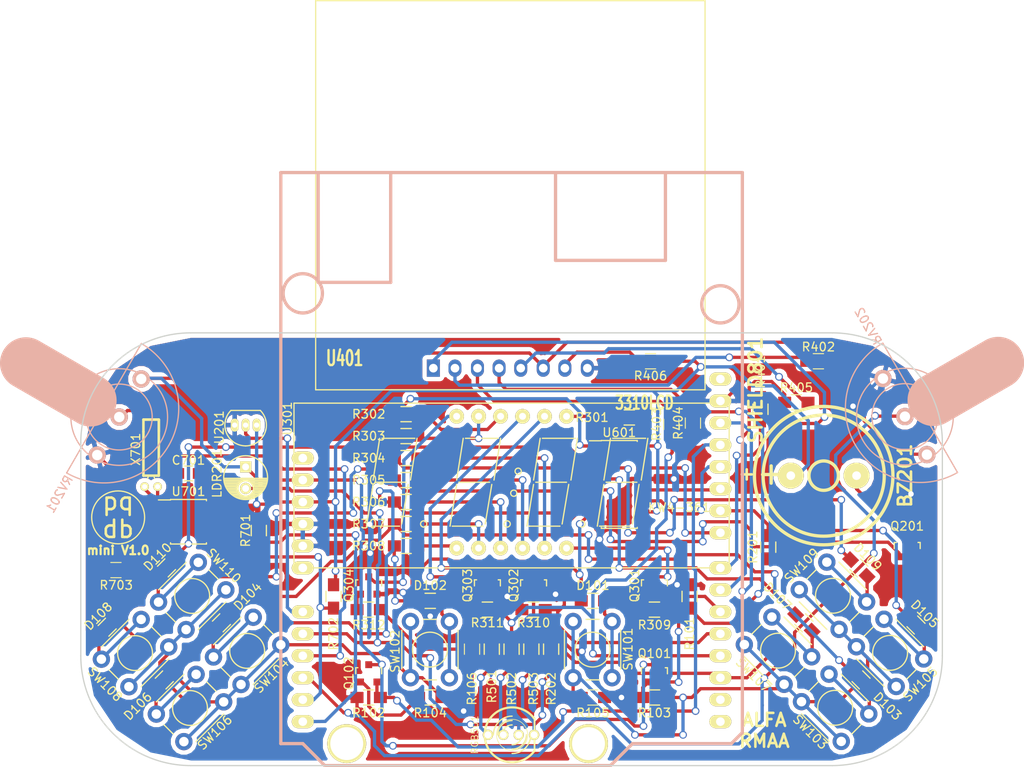
<source format=kicad_pcb>
(kicad_pcb (version 4) (host pcbnew 4.0.6)
  (layers (0 F.Cu signal) (31 B.Cu signal) (34 B.Paste user) (35 F.Paste user) (36 B.SilkS user) (37 F.SilkS user) (38 B.Mask user) (39 F.Mask user) (44 Edge.Cuts user))
  (net 0 "")
  (net 1 GND)
  (net 2 +5V)
  (net 3 "Net-(BZ201-Pad2)")
  (net 4 "Net-(D101-Pad2)")
  (net 5 /D7)
  (net 6 "Net-(D102-Pad2)")
  (net 7 "Net-(D103-Pad2)")
  (net 8 /D6)
  (net 9 "Net-(D104-Pad2)")
  (net 10 "Net-(D105-Pad2)")
  (net 11 /D5)
  (net 12 "Net-(D106-Pad2)")
  (net 13 "Net-(D107-Pad2)")
  (net 14 /D4)
  (net 15 "Net-(D108-Pad2)")
  (net 16 "Net-(D109-Pad2)")
  (net 17 /D3)
  (net 18 "Net-(D110-Pad2)")
  (net 19 3V3)
  (net 20 /AN1)
  (net 21 /T1)
  (net 22 "Net-(Q101-Pad1)")
  (net 23 /T2)
  (net 24 "Net-(Q102-Pad1)")
  (net 25 "Net-(Q201-Pad1)")
  (net 26 "Net-(Q301-Pad1)")
  (net 27 "Net-(Q301-Pad3)")
  (net 28 "Net-(Q302-Pad1)")
  (net 29 "Net-(Q302-Pad3)")
  (net 30 "Net-(Q303-Pad1)")
  (net 31 "Net-(Q303-Pad3)")
  (net 32 "Net-(Q304-Pad1)")
  (net 33 "Net-(Q304-Pad3)")
  (net 34 "Net-(R103-Pad2)")
  (net 35 "Net-(R104-Pad2)")
  (net 36 /PWM)
  (net 37 /D0)
  (net 38 "Net-(R301-Pad2)")
  (net 39 /D1)
  (net 40 "Net-(R302-Pad2)")
  (net 41 "Net-(R303-Pad2)")
  (net 42 "Net-(R304-Pad2)")
  (net 43 "Net-(R305-Pad2)")
  (net 44 "Net-(R306-Pad2)")
  (net 45 "Net-(R307-Pad2)")
  (net 46 "Net-(R308-Pad2)")
  (net 47 /DSP-4)
  (net 48 /DSP-3)
  (net 49 /DSP-2)
  (net 50 /DSP-1)
  (net 51 "Net-(R401-Pad2)")
  (net 52 "Net-(R406-Pad2)")
  (net 53 "Net-(R501-Pad2)")
  (net 54 "Net-(R502-Pad2)")
  (net 55 "Net-(R503-Pad2)")
  (net 56 /SCL)
  (net 57 /SDA)
  (net 58 /AN2)
  (net 59 /AN0)
  (net 60 /soData)
  (net 61 /PEn)
  (net 62 /soClk)
  (net 63 /D2)
  (net 64 "Net-(U701-Pad1)")
  (net 65 "Net-(U701-Pad2)")
  (net 66 /SCLK)
  (net 67 "Net-(R703-Pad2)")
  (net 68 /AN3)
  (net 69 "Net-(SHIELD801-PadV_IN)")
  (net 70 /RX)
  (net 71 /TX)
  (net 72 "Net-(SHIELD801-PadAREF)")
  (net 73 "Net-(U601-Pad9)")
  (net 74 "Net-(U701-Pad7)")
  (net 75 "Net-(R402-Pad2)")
  (net 76 "Net-(R403-Pad2)")
  (net 77 "Net-(R404-Pad2)")
  (net 78 "Net-(R405-Pad2)")
  (net 79 /RESET)
  (net 80 "Net-(SHIELD801-PadRST)")
  (module bibliotecas:HW_Buzzer (layer F.Cu) (at 181.61 77.978)
    (fp_text reference BZ201 (at 9.398 0 90) (layer F.SilkS) (effects (font (thickness 0.3048))))
    (fp_text value BUZZER hide)
    (fp_text user + (at -8.89 -0.254) (layer F.SilkS) (effects (font (thickness 0.3048))))
    (pad 1 thru_hole circle (at -3.79984 0) (size 3 3) (drill 1.00076) (layers *.Cu *.Mask F.SilkS) (net 2 +5V))
    (pad 2 thru_hole circle (at 3.79984 0) (size 3 3) (drill 1.00076) (layers *.Cu *.Mask F.SilkS) (net 3 "Net-(BZ201-Pad2)"))
  )
  (module bibliotecas:HW_Disp_7seg_4dig (layer F.Cu) (at 145.542 78.74)
    (fp_text reference U301 (at -25.908 -7.366 90) (layer F.SilkS))
    (fp_text value KW4-361 (at 19.3675 2.921) (layer F.SilkS))
    (pad 1 thru_hole circle (at -6.35 7.62) (size 1.7 1.7) (drill 0.8) (layers *.Cu *.Mask F.SilkS) (net 46 "Net-(R308-Pad2)"))
    (pad 2 thru_hole circle (at -3.81 7.62) (size 1.7 1.7) (drill 0.8) (layers *.Cu *.Mask F.SilkS) (net 45 "Net-(R307-Pad2)"))
    (pad 3 thru_hole circle (at -1.27 7.62) (size 1.7 1.7) (drill 0.8) (layers *.Cu *.Mask F.SilkS) (net 44 "Net-(R306-Pad2)"))
    (pad 4 thru_hole circle (at 1.27 7.62) (size 1.7 1.7) (drill 0.8) (layers *.Cu *.Mask F.SilkS) (net 43 "Net-(R305-Pad2)"))
    (pad 5 thru_hole circle (at 3.81 7.62) (size 1.7 1.7) (drill 0.8) (layers *.Cu *.Mask F.SilkS) (net 42 "Net-(R304-Pad2)"))
    (pad 6 thru_hole circle (at 6.35 7.62) (size 1.7 1.7) (drill 0.8) (layers *.Cu *.Mask F.SilkS) (net 27 "Net-(Q301-Pad3)"))
    (pad 7 thru_hole circle (at 6.35 -7.62) (size 1.7 1.7) (drill 0.8) (layers *.Cu *.Mask F.SilkS) (net 38 "Net-(R301-Pad2)"))
    (pad 8 thru_hole circle (at 3.81 -7.62) (size 1.7 1.7) (drill 0.8) (layers *.Cu *.Mask F.SilkS) (net 29 "Net-(Q302-Pad3)"))
    (pad 9 thru_hole circle (at 1.27 -7.62) (size 1.7 1.7) (drill 0.8) (layers *.Cu *.Mask F.SilkS) (net 31 "Net-(Q303-Pad3)"))
    (pad 10 thru_hole circle (at -1.27 -7.62) (size 1.7 1.7) (drill 0.8) (layers *.Cu *.Mask F.SilkS) (net 40 "Net-(R302-Pad2)"))
    (pad 11 thru_hole circle (at -3.81 -7.62) (size 1.7 1.7) (drill 0.8) (layers *.Cu *.Mask F.SilkS) (net 41 "Net-(R303-Pad2)"))
    (pad 12 thru_hole circle (at -6.35 -7.62) (size 1.7 1.7) (drill 0.8) (layers *.Cu *.Mask F.SilkS) (net 33 "Net-(Q304-Pad3)"))
  )
  (module bibliotecas:ARDUINO_SHIELD_2 (layer F.Cu) (at 118.872 42.926 270)
    (fp_text reference SHIELD801 (at 25.146 -54.864 270) (layer F.SilkS) (effects (font (thickness 0.3048))))
    (fp_text value ARDUINO_SHIELD hide)
    (pad "" thru_hole circle (at 66.04 -7.62 270) (size 4.5 4.5) (drill 3.8) (layers *.Cu *.Mask F.SilkS))
    (pad AD5 thru_hole oval (at 63.5 -2.54) (size 2.54 1.524) (drill 1) (layers *.Cu *.Mask F.SilkS) (net 56 /SCL))
    (pad AD4 thru_hole oval (at 60.96 -2.54) (size 2.54 1.524) (drill 1) (layers *.Cu *.Mask F.SilkS) (net 57 /SDA))
    (pad AD3 thru_hole oval (at 58.42 -2.54) (size 2.54 1.524) (drill 1) (layers *.Cu *.Mask F.SilkS) (net 68 /AN3))
    (pad AD0 thru_hole oval (at 50.8 -2.54) (size 2.54 1.524) (drill 1) (layers *.Cu *.Mask F.SilkS) (net 59 /AN0))
    (pad AD1 thru_hole oval (at 53.34 -2.54) (size 2.54 1.524) (drill 1) (layers *.Cu *.Mask F.SilkS) (net 20 /AN1))
    (pad AD2 thru_hole oval (at 55.88 -2.54) (size 2.54 1.524) (drill 1) (layers *.Cu *.Mask F.SilkS) (net 58 /AN2))
    (pad V_IN thru_hole oval (at 45.72 -2.54) (size 2.54 1.524) (drill 1) (layers *.Cu *.Mask F.SilkS) (net 69 "Net-(SHIELD801-PadV_IN)"))
    (pad GND2 thru_hole oval (at 43.18 -2.54) (size 2.54 1.524) (drill 1) (layers *.Cu *.Mask F.SilkS) (net 1 GND))
    (pad GND1 thru_hole oval (at 40.64 -2.54) (size 2.54 1.524) (drill 1) (layers *.Cu *.Mask F.SilkS) (net 1 GND))
    (pad 3V3 thru_hole oval (at 35.56 -2.54) (size 2.54 1.524) (drill 1) (layers *.Cu *.Mask F.SilkS) (net 19 3V3))
    (pad RST thru_hole oval (at 33.02 -2.54) (size 2.54 1.524) (drill 1) (layers *.Cu *.Mask F.SilkS) (net 80 "Net-(SHIELD801-PadRST)"))
    (pad 0 thru_hole oval (at 63.5 -50.8) (size 2.54 1.524) (drill 1) (layers *.Cu *.Mask F.SilkS) (net 70 /RX))
    (pad 1 thru_hole oval (at 60.96 -50.8) (size 2.54 1.524) (drill 1) (layers *.Cu *.Mask F.SilkS) (net 71 /TX))
    (pad 2 thru_hole oval (at 58.42 -50.8) (size 2.54 1.524) (drill 1) (layers *.Cu *.Mask F.SilkS) (net 50 /DSP-1))
    (pad 3 thru_hole oval (at 55.88 -50.8) (size 2.54 1.524) (drill 1) (layers *.Cu *.Mask F.SilkS) (net 49 /DSP-2))
    (pad 4 thru_hole oval (at 53.34 -50.8) (size 2.54 1.524) (drill 1) (layers *.Cu *.Mask F.SilkS) (net 48 /DSP-3))
    (pad 5 thru_hole oval (at 50.8 -50.8) (size 2.54 1.524) (drill 1) (layers *.Cu *.Mask F.SilkS) (net 47 /DSP-4))
    (pad 6 thru_hole oval (at 48.26 -50.8) (size 2.54 1.524) (drill 1) (layers *.Cu *.Mask F.SilkS) (net 66 /SCLK))
    (pad 7 thru_hole oval (at 45.72 -50.8) (size 2.54 1.524) (drill 1) (layers *.Cu *.Mask F.SilkS) (net 79 /RESET))
    (pad 8 thru_hole oval (at 41.656 -50.8) (size 2.54 1.524) (drill 1) (layers *.Cu *.Mask F.SilkS) (net 60 /soData))
    (pad 9 thru_hole oval (at 39.116 -50.8) (size 2.54 1.524) (drill 1) (layers *.Cu *.Mask F.SilkS) (net 36 /PWM))
    (pad 10 thru_hole oval (at 36.576 -50.8) (size 2.54 1.524) (drill 1) (layers *.Cu *.Mask F.SilkS) (net 61 /PEn))
    (pad 11 thru_hole oval (at 34.036 -50.8) (size 2.54 1.524) (drill 1) (layers *.Cu *.Mask F.SilkS) (net 62 /soClk))
    (pad 12 thru_hole oval (at 31.496 -50.8) (size 2.54 1.524) (drill 1) (layers *.Cu *.Mask F.SilkS) (net 23 /T2))
    (pad 13 thru_hole oval (at 28.956 -50.8) (size 2.54 1.524) (drill 1) (layers *.Cu *.Mask F.SilkS) (net 21 /T1))
    (pad GND3 thru_hole oval (at 26.416 -50.8) (size 2.54 1.524) (drill 1) (layers *.Cu *.Mask F.SilkS) (net 1 GND))
    (pad AREF thru_hole oval (at 23.876 -50.8) (size 2.54 1.524) (drill 1) (layers *.Cu *.Mask F.SilkS) (net 72 "Net-(SHIELD801-PadAREF)"))
    (pad 5V thru_hole oval (at 38.1 -2.54) (size 2.54 1.524) (drill 1) (layers *.Cu *.Mask F.SilkS) (net 2 +5V))
    (pad "" thru_hole circle (at 66.04 -35.56 270) (size 4.5 4.5) (drill 3.8) (layers *.Cu *.Mask F.SilkS))
  )
  (module Resistors_SMD:R_0805_HandSoldering (layer F.Cu) (at 185.928 101.6 315)
    (fp_text reference D103 (at 4.310523 0 315) (layer F.SilkS))
    (fp_text value DIODE)
    (pad 1 smd rect (at -1.35 0 315) (size 1.5 1.3) (layers F.Cu F.Paste F.Mask) (net 8 /D6))
    (pad 2 smd rect (at 1.35 0 315) (size 1.5 1.3) (layers F.Cu F.Paste F.Mask) (net 7 "Net-(D103-Pad2)"))
  )
  (module TO_SOT_Packages_SMD:SOT-23 (layer F.Cu) (at 142.748 90.678)
    (fp_text reference Q303 (at -2.286 0 90) (layer F.SilkS))
    (fp_text value BC847)
    (pad 1 smd rect (at -0.95 1.00076) (size 0.8001 0.8001) (layers F.Cu F.Paste F.Mask) (net 30 "Net-(Q303-Pad1)"))
    (pad 2 smd rect (at 0.95 1.00076) (size 0.8001 0.8001) (layers F.Cu F.Paste F.Mask) (net 1 GND))
    (pad 3 smd rect (at 0 -0.99822) (size 0.8001 0.8001) (layers F.Cu F.Paste F.Mask) (net 31 "Net-(Q303-Pad3)"))
  )
  (module Housings_SOIC:SOIC-16_3.9x9.9mm_Pitch1.27mm (layer F.Cu) (at 157.988 78.994)
    (fp_text reference U601 (at 0 -6) (layer F.SilkS))
    (fp_text value 74HC595)
    (pad 1 smd rect (at -2.7 -4.445) (size 1.5 0.6) (layers F.Cu F.Paste F.Mask) (net 39 /D1))
    (pad 2 smd rect (at -2.7 -3.175) (size 1.5 0.6) (layers F.Cu F.Paste F.Mask) (net 63 /D2))
    (pad 3 smd rect (at -2.7 -1.905) (size 1.5 0.6) (layers F.Cu F.Paste F.Mask) (net 17 /D3))
    (pad 4 smd rect (at -2.7 -0.635) (size 1.5 0.6) (layers F.Cu F.Paste F.Mask) (net 14 /D4))
    (pad 5 smd rect (at -2.7 0.635) (size 1.5 0.6) (layers F.Cu F.Paste F.Mask) (net 11 /D5))
    (pad 6 smd rect (at -2.7 1.905) (size 1.5 0.6) (layers F.Cu F.Paste F.Mask) (net 8 /D6))
    (pad 7 smd rect (at -2.7 3.175) (size 1.5 0.6) (layers F.Cu F.Paste F.Mask) (net 5 /D7))
    (pad 8 smd rect (at -2.7 4.445) (size 1.5 0.6) (layers F.Cu F.Paste F.Mask) (net 1 GND))
    (pad 9 smd rect (at 2.7 4.445) (size 1.5 0.6) (layers F.Cu F.Paste F.Mask) (net 73 "Net-(U601-Pad9)"))
    (pad 10 smd rect (at 2.7 3.175) (size 1.5 0.6) (layers F.Cu F.Paste F.Mask) (net 2 +5V))
    (pad 11 smd rect (at 2.7 1.905) (size 1.5 0.6) (layers F.Cu F.Paste F.Mask) (net 62 /soClk))
    (pad 12 smd rect (at 2.7 0.635) (size 1.5 0.6) (layers F.Cu F.Paste F.Mask) (net 61 /PEn))
    (pad 13 smd rect (at 2.7 -0.635) (size 1.5 0.6) (layers F.Cu F.Paste F.Mask) (net 1 GND))
    (pad 14 smd rect (at 2.7 -1.905) (size 1.5 0.6) (layers F.Cu F.Paste F.Mask) (net 60 /soData))
    (pad 15 smd rect (at 2.7 -3.175) (size 1.5 0.6) (layers F.Cu F.Paste F.Mask) (net 37 /D0))
    (pad 16 smd rect (at 2.7 -4.445) (size 1.5 0.6) (layers F.Cu F.Paste F.Mask) (net 2 +5V))
  )
  (module Housings_SOIC:SOIC-8_3.9x4.9mm_Pitch1.27mm (layer F.Cu) (at 108.204 83.312)
    (fp_text reference U701 (at 0 -3.5) (layer F.SilkS))
    (fp_text value DS1307Z)
    (pad 1 smd rect (at -2.7 -1.905) (size 1.55 0.6) (layers F.Cu F.Paste F.Mask) (net 64 "Net-(U701-Pad1)"))
    (pad 2 smd rect (at -2.7 -0.635) (size 1.55 0.6) (layers F.Cu F.Paste F.Mask) (net 65 "Net-(U701-Pad2)"))
    (pad 3 smd rect (at -2.7 0.635) (size 1.55 0.6) (layers F.Cu F.Paste F.Mask) (net 67 "Net-(R703-Pad2)"))
    (pad 4 smd rect (at -2.7 1.905) (size 1.55 0.6) (layers F.Cu F.Paste F.Mask) (net 1 GND))
    (pad 5 smd rect (at 2.7 1.905) (size 1.55 0.6) (layers F.Cu F.Paste F.Mask) (net 57 /SDA))
    (pad 6 smd rect (at 2.7 0.635) (size 1.55 0.6) (layers F.Cu F.Paste F.Mask) (net 56 /SCL))
    (pad 7 smd rect (at 2.7 -0.635) (size 1.55 0.6) (layers F.Cu F.Paste F.Mask) (net 74 "Net-(U701-Pad7)"))
    (pad 8 smd rect (at 2.7 -1.905) (size 1.55 0.6) (layers F.Cu F.Paste F.Mask) (net 2 +5V))
  )
  (module TO_SOT_Packages_SMD:SOT-23 (layer F.Cu) (at 129.032 90.678)
    (fp_text reference Q304 (at -2.286 0 90) (layer F.SilkS))
    (fp_text value BC847)
    (pad 1 smd rect (at -0.95 1.00076) (size 0.8001 0.8001) (layers F.Cu F.Paste F.Mask) (net 32 "Net-(Q304-Pad1)"))
    (pad 2 smd rect (at 0.95 1.00076) (size 0.8001 0.8001) (layers F.Cu F.Paste F.Mask) (net 1 GND))
    (pad 3 smd rect (at 0 -0.99822) (size 0.8001 0.8001) (layers F.Cu F.Paste F.Mask) (net 33 "Net-(Q304-Pad3)"))
  )
  (module bibliotecas:HW_LED-5MM-RGB (layer F.Cu) (at 145.35 107.95)
    (fp_text reference RGB501 (at -4.064 0 270) (layer F.SilkS) (effects (font (size 0.762 0.762) (thickness 0.0889))))
    (fp_text value ASMT-YTC2-0AA02 hide)
    (pad 4 thru_hole circle (at -2.54 0 180) (size 1.2 1.2) (drill 0.8128) (layers *.Cu *.Mask F.SilkS) (net 53 "Net-(R501-Pad2)"))
    (pad 3 thru_hole circle (at -0.762 0 180) (size 1.2 1.2) (drill 0.8128) (layers *.Cu *.Mask F.SilkS) (net 54 "Net-(R502-Pad2)"))
    (pad 1 thru_hole circle (at 2.794 0 180) (size 1.2 1.2) (drill 0.8128) (layers *.Cu *.Mask F.SilkS) (net 55 "Net-(R503-Pad2)"))
    (pad 2 thru_hole circle (at 1.016 0 180) (size 1.2 1.2) (drill 0.8128) (layers *.Cu *.Mask F.SilkS) (net 1 GND))
  )
  (module Resistors_SMD:R_0805_HandSoldering (layer F.Cu) (at 136.144 92.456)
    (fp_text reference D102 (at 0 -1.778) (layer F.SilkS))
    (fp_text value DIODE)
    (pad 1 smd rect (at -1.35 0) (size 1.5 1.3) (layers F.Cu F.Paste F.Mask) (net 5 /D7))
    (pad 2 smd rect (at 1.35 0) (size 1.5 1.3) (layers F.Cu F.Paste F.Mask) (net 6 "Net-(D102-Pad2)"))
  )
  (module Resistors_SMD:R_0805_HandSoldering (layer F.Cu) (at 124.968 91.948 90)
    (fp_text reference R702 (at -4.318 0 90) (layer F.SilkS))
    (fp_text value 10k)
    (pad 1 smd rect (at -1.35 0 90) (size 1.5 1.3) (layers F.Cu F.Paste F.Mask) (net 57 /SDA))
    (pad 2 smd rect (at 1.35 0 90) (size 1.5 1.3) (layers F.Cu F.Paste F.Mask) (net 2 +5V))
  )
  (module Resistors_SMD:R_0805_HandSoldering (layer F.Cu) (at 116.332 84.328 90)
    (fp_text reference R701 (at 0 -1.524 90) (layer F.SilkS))
    (fp_text value 10k)
    (pad 1 smd rect (at -1.35 0 90) (size 1.5 1.3) (layers F.Cu F.Paste F.Mask) (net 56 /SCL))
    (pad 2 smd rect (at 1.35 0 90) (size 1.5 1.3) (layers F.Cu F.Paste F.Mask) (net 2 +5V))
  )
  (module Resistors_SMD:R_0805_HandSoldering (layer F.Cu) (at 147.828 98.044 270)
    (fp_text reference R503 (at 4.572 -0.254 270) (layer F.SilkS))
    (fp_text value 1k)
    (pad 1 smd rect (at -1.35 0 270) (size 1.5 1.3) (layers F.Cu F.Paste F.Mask) (net 50 /DSP-1))
    (pad 2 smd rect (at 1.35 0 270) (size 1.5 1.3) (layers F.Cu F.Paste F.Mask) (net 55 "Net-(R503-Pad2)"))
  )
  (module Resistors_SMD:R_0805_HandSoldering (layer F.Cu) (at 145.542 98.044 270)
    (fp_text reference R502 (at 4.572 0 270) (layer F.SilkS))
    (fp_text value 1k)
    (pad 1 smd rect (at -1.35 0 270) (size 1.5 1.3) (layers F.Cu F.Paste F.Mask) (net 49 /DSP-2))
    (pad 2 smd rect (at 1.35 0 270) (size 1.5 1.3) (layers F.Cu F.Paste F.Mask) (net 54 "Net-(R502-Pad2)"))
  )
  (module Resistors_SMD:R_0805_HandSoldering (layer F.Cu) (at 143.256 98.044 270)
    (fp_text reference R501 (at 4.318 0 270) (layer F.SilkS))
    (fp_text value 1k)
    (pad 1 smd rect (at -1.35 0 270) (size 1.5 1.3) (layers F.Cu F.Paste F.Mask) (net 48 /DSP-3))
    (pad 2 smd rect (at 1.35 0 270) (size 1.5 1.3) (layers F.Cu F.Paste F.Mask) (net 53 "Net-(R501-Pad2)"))
  )
  (module Resistors_SMD:R_0805_HandSoldering (layer F.Cu) (at 174.3 70.3 90)
    (fp_text reference R401 (at 4.318 0 270) (layer F.SilkS))
    (fp_text value 10k)
    (pad 1 smd rect (at -1.35 0 90) (size 1.5 1.3) (layers F.Cu F.Paste F.Mask) (net 79 /RESET))
    (pad 2 smd rect (at 1.35 0 90) (size 1.5 1.3) (layers F.Cu F.Paste F.Mask) (net 51 "Net-(R401-Pad2)"))
  )
  (module Resistors_SMD:R_0805_HandSoldering (layer F.Cu) (at 129.032 93.472 180)
    (fp_text reference R312 (at 0 -1.778 180) (layer F.SilkS))
    (fp_text value 10k)
    (pad 1 smd rect (at -1.35 0 180) (size 1.5 1.3) (layers F.Cu F.Paste F.Mask) (net 50 /DSP-1))
    (pad 2 smd rect (at 1.35 0 180) (size 1.5 1.3) (layers F.Cu F.Paste F.Mask) (net 32 "Net-(Q304-Pad1)"))
  )
  (module Resistors_SMD:R_0805_HandSoldering (layer F.Cu) (at 142.748 93.472 180)
    (fp_text reference R311 (at 0 -1.524 180) (layer F.SilkS))
    (fp_text value 10k)
    (pad 1 smd rect (at -1.35 0 180) (size 1.5 1.3) (layers F.Cu F.Paste F.Mask) (net 49 /DSP-2))
    (pad 2 smd rect (at 1.35 0 180) (size 1.5 1.3) (layers F.Cu F.Paste F.Mask) (net 30 "Net-(Q303-Pad1)"))
  )
  (module Resistors_SMD:R_0805_HandSoldering (layer F.Cu) (at 148.082 93.472 180)
    (fp_text reference R310 (at 0 -1.524 180) (layer F.SilkS))
    (fp_text value 10k)
    (pad 1 smd rect (at -1.35 0 180) (size 1.5 1.3) (layers F.Cu F.Paste F.Mask) (net 48 /DSP-3))
    (pad 2 smd rect (at 1.35 0 180) (size 1.5 1.3) (layers F.Cu F.Paste F.Mask) (net 28 "Net-(Q302-Pad1)"))
  )
  (module Resistors_SMD:R_0805_HandSoldering (layer F.Cu) (at 162.052 93.472 180)
    (fp_text reference R309 (at 0 -1.778 360) (layer F.SilkS))
    (fp_text value 10k)
    (pad 1 smd rect (at -1.35 0 180) (size 1.5 1.3) (layers F.Cu F.Paste F.Mask) (net 47 /DSP-4))
    (pad 2 smd rect (at 1.35 0 180) (size 1.5 1.3) (layers F.Cu F.Paste F.Mask) (net 26 "Net-(Q301-Pad1)"))
  )
  (module Resistors_SMD:R_0805_HandSoldering (layer F.Cu) (at 133.35 86.106)
    (fp_text reference R308 (at -4.318 0) (layer F.SilkS))
    (fp_text value 1k)
    (pad 1 smd rect (at -1.35 0) (size 1.5 1.3) (layers F.Cu F.Paste F.Mask) (net 5 /D7))
    (pad 2 smd rect (at 1.35 0) (size 1.5 1.3) (layers F.Cu F.Paste F.Mask) (net 46 "Net-(R308-Pad2)"))
  )
  (module Resistors_SMD:R_0805_HandSoldering (layer F.Cu) (at 133.35 83.566)
    (fp_text reference R307 (at -4.318 0) (layer F.SilkS))
    (fp_text value 1k)
    (pad 1 smd rect (at -1.35 0) (size 1.5 1.3) (layers F.Cu F.Paste F.Mask) (net 8 /D6))
    (pad 2 smd rect (at 1.35 0) (size 1.5 1.3) (layers F.Cu F.Paste F.Mask) (net 45 "Net-(R307-Pad2)"))
  )
  (module Resistors_SMD:R_0805_HandSoldering (layer F.Cu) (at 133.35 81.026)
    (fp_text reference R306 (at -4.318 0) (layer F.SilkS))
    (fp_text value 1k)
    (pad 1 smd rect (at -1.35 0) (size 1.5 1.3) (layers F.Cu F.Paste F.Mask) (net 11 /D5))
    (pad 2 smd rect (at 1.35 0) (size 1.5 1.3) (layers F.Cu F.Paste F.Mask) (net 44 "Net-(R306-Pad2)"))
  )
  (module Resistors_SMD:R_0805_HandSoldering (layer F.Cu) (at 133.35 78.486)
    (fp_text reference R305 (at -4.318 0) (layer F.SilkS))
    (fp_text value 1k)
    (pad 1 smd rect (at -1.35 0) (size 1.5 1.3) (layers F.Cu F.Paste F.Mask) (net 14 /D4))
    (pad 2 smd rect (at 1.35 0) (size 1.5 1.3) (layers F.Cu F.Paste F.Mask) (net 43 "Net-(R305-Pad2)"))
  )
  (module Resistors_SMD:R_0805_HandSoldering (layer F.Cu) (at 133.35 75.946)
    (fp_text reference R304 (at -4.318 0) (layer F.SilkS))
    (fp_text value 1k)
    (pad 1 smd rect (at -1.35 0) (size 1.5 1.3) (layers F.Cu F.Paste F.Mask) (net 17 /D3))
    (pad 2 smd rect (at 1.35 0) (size 1.5 1.3) (layers F.Cu F.Paste F.Mask) (net 42 "Net-(R304-Pad2)"))
  )
  (module Resistors_SMD:R_0805_HandSoldering (layer F.Cu) (at 133.35 73.406)
    (fp_text reference R303 (at -4.318 0) (layer F.SilkS))
    (fp_text value 1k)
    (pad 1 smd rect (at -1.35 0) (size 1.5 1.3) (layers F.Cu F.Paste F.Mask) (net 63 /D2))
    (pad 2 smd rect (at 1.35 0) (size 1.5 1.3) (layers F.Cu F.Paste F.Mask) (net 41 "Net-(R303-Pad2)"))
  )
  (module Resistors_SMD:R_0805_HandSoldering (layer F.Cu) (at 133.35 70.866)
    (fp_text reference R302 (at -4.318 0) (layer F.SilkS))
    (fp_text value 1k)
    (pad 1 smd rect (at -1.35 0) (size 1.5 1.3) (layers F.Cu F.Paste F.Mask) (net 39 /D1))
    (pad 2 smd rect (at 1.35 0) (size 1.5 1.3) (layers F.Cu F.Paste F.Mask) (net 40 "Net-(R302-Pad2)"))
  )
  (module Resistors_SMD:R_0805_HandSoldering (layer F.Cu) (at 159.15 71.25 180)
    (fp_text reference R301 (at 4.318 0 360) (layer F.SilkS))
    (fp_text value 1k)
    (pad 1 smd rect (at -1.35 0 180) (size 1.5 1.3) (layers F.Cu F.Paste F.Mask) (net 37 /D0))
    (pad 2 smd rect (at 1.35 0 180) (size 1.5 1.3) (layers F.Cu F.Paste F.Mask) (net 38 "Net-(R301-Pad2)"))
  )
  (module Resistors_SMD:R_0805_HandSoldering (layer F.Cu) (at 150.114 98.044 90)
    (fp_text reference R202 (at -4.572 0 90) (layer F.SilkS))
    (fp_text value 10k)
    (pad 1 smd rect (at -1.35 0 90) (size 1.5 1.3) (layers F.Cu F.Paste F.Mask) (net 20 /AN1))
    (pad 2 smd rect (at 1.35 0 90) (size 1.5 1.3) (layers F.Cu F.Paste F.Mask) (net 1 GND))
  )
  (module Resistors_SMD:R_0805_HandSoldering (layer F.Cu) (at 175.2 86.25 90)
    (fp_text reference R201 (at 0 -1.778 90) (layer F.SilkS))
    (fp_text value 10k)
    (pad 1 smd rect (at -1.35 0 90) (size 1.5 1.3) (layers F.Cu F.Paste F.Mask) (net 25 "Net-(Q201-Pad1)"))
    (pad 2 smd rect (at 1.35 0 90) (size 1.5 1.3) (layers F.Cu F.Paste F.Mask) (net 36 /PWM))
  )
  (module Resistors_SMD:R_0805_HandSoldering (layer F.Cu) (at 136.144 103.632)
    (fp_text reference R104 (at 0 1.778 180) (layer F.SilkS))
    (fp_text value 1k)
    (pad 1 smd rect (at -1.35 0) (size 1.5 1.3) (layers F.Cu F.Paste F.Mask) (net 24 "Net-(Q102-Pad1)"))
    (pad 2 smd rect (at 1.35 0) (size 1.5 1.3) (layers F.Cu F.Paste F.Mask) (net 35 "Net-(R104-Pad2)"))
  )
  (module Resistors_SMD:R_0805_HandSoldering (layer F.Cu) (at 162.052 103.632)
    (fp_text reference R103 (at 0 1.778 180) (layer F.SilkS))
    (fp_text value 1k)
    (pad 1 smd rect (at -1.35 0) (size 1.5 1.3) (layers F.Cu F.Paste F.Mask) (net 22 "Net-(Q101-Pad1)"))
    (pad 2 smd rect (at 1.35 0) (size 1.5 1.3) (layers F.Cu F.Paste F.Mask) (net 34 "Net-(R103-Pad2)"))
  )
  (module Resistors_SMD:R_0805_HandSoldering (layer F.Cu) (at 129.032 103.632 180)
    (fp_text reference R102 (at 0 -1.778 360) (layer F.SilkS))
    (fp_text value 10k)
    (pad 1 smd rect (at -1.35 0 180) (size 1.5 1.3) (layers F.Cu F.Paste F.Mask) (net 23 /T2))
    (pad 2 smd rect (at 1.35 0 180) (size 1.5 1.3) (layers F.Cu F.Paste F.Mask) (net 1 GND))
  )
  (module Resistors_SMD:R_0805_HandSoldering (layer F.Cu) (at 166.116 91.948 90)
    (fp_text reference R101 (at -4.318 0 90) (layer F.SilkS))
    (fp_text value 10k)
    (pad 1 smd rect (at -1.35 0 90) (size 1.5 1.3) (layers F.Cu F.Paste F.Mask) (net 21 /T1))
    (pad 2 smd rect (at 1.35 0 90) (size 1.5 1.3) (layers F.Cu F.Paste F.Mask) (net 1 GND))
  )
  (module Capacitors_SMD:C_0805_HandSoldering (layer F.Cu) (at 108.204 77.724)
    (fp_text reference C701 (at 0 -1.524) (layer F.SilkS))
    (fp_text value 10nF)
    (pad 1 smd rect (at -1.25 0) (size 1.5 1.25) (layers F.Cu F.Paste F.Mask) (net 1 GND))
    (pad 2 smd rect (at 1.25 0) (size 1.5 1.25) (layers F.Cu F.Paste F.Mask) (net 2 +5V))
  )
  (module bibliotecas:Crystal_Round_Horizontal_2mm (layer F.Cu) (at 103.886 79.248)
    (fp_text reference X701 (at -1.778 -4.318 90) (layer F.SilkS))
    (fp_text value "32.768 KHz")
    (pad 1 thru_hole circle (at -0.7493 0) (size 1.00076 1.00076) (drill 0.59944) (layers *.Cu *.Mask F.SilkS) (net 65 "Net-(U701-Pad2)"))
    (pad 2 thru_hole circle (at 0.7493 0) (size 1.00076 1.00076) (drill 0.59944) (layers *.Cu *.Mask F.SilkS) (net 64 "Net-(U701-Pad1)"))
    (pad "" smd rect (at 0 -5.588) (size 1.524 3.524) (layers F.Cu F.Paste F.Mask))
  )
  (module Resistors_SMD:R_0805_HandSoldering (layer F.Cu) (at 185.674 88.646 315)
    (fp_text reference D109 (at -0.179605 -1.616446 315) (layer F.SilkS))
    (fp_text value DIODE)
    (pad 1 smd rect (at -1.35 0 315) (size 1.5 1.3) (layers F.Cu F.Paste F.Mask) (net 17 /D3))
    (pad 2 smd rect (at 1.35 0 315) (size 1.5 1.3) (layers F.Cu F.Paste F.Mask) (net 16 "Net-(D109-Pad2)"))
  )
  (module Resistors_SMD:R_0805_HandSoldering (layer F.Cu) (at 98.806 95.504 225)
    (fp_text reference D108 (at -0.179605 1.616446 225) (layer F.SilkS))
    (fp_text value DIODE)
    (pad 1 smd rect (at -1.35 0 225) (size 1.5 1.3) (layers F.Cu F.Paste F.Mask) (net 14 /D4))
    (pad 2 smd rect (at 1.35 0 225) (size 1.5 1.3) (layers F.Cu F.Paste F.Mask) (net 15 "Net-(D108-Pad2)"))
  )
  (module Resistors_SMD:R_0805_HandSoldering (layer F.Cu) (at 179.324 94.996 315)
    (fp_text reference D107 (at -4.310523 0 315) (layer F.SilkS))
    (fp_text value DIODE)
    (pad 1 smd rect (at -1.35 0 315) (size 1.5 1.3) (layers F.Cu F.Paste F.Mask) (net 14 /D4))
    (pad 2 smd rect (at 1.35 0 315) (size 1.5 1.3) (layers F.Cu F.Paste F.Mask) (net 13 "Net-(D107-Pad2)"))
  )
  (module Resistors_SMD:R_0805_HandSoldering (layer F.Cu) (at 105.41 101.6 225)
    (fp_text reference D106 (at 4.310523 0 225) (layer F.SilkS))
    (fp_text value DIODE)
    (pad 1 smd rect (at -1.35 0 225) (size 1.5 1.3) (layers F.Cu F.Paste F.Mask) (net 11 /D5))
    (pad 2 smd rect (at 1.35 0 225) (size 1.5 1.3) (layers F.Cu F.Paste F.Mask) (net 12 "Net-(D106-Pad2)"))
  )
  (module Resistors_SMD:R_0805_HandSoldering (layer F.Cu) (at 192.278 95.25 315)
    (fp_text reference D105 (at -0.179605 -1.616446 315) (layer F.SilkS))
    (fp_text value DIODE)
    (pad 1 smd rect (at -1.35 0 315) (size 1.5 1.3) (layers F.Cu F.Paste F.Mask) (net 11 /D5))
    (pad 2 smd rect (at 1.35 0 315) (size 1.5 1.3) (layers F.Cu F.Paste F.Mask) (net 10 "Net-(D105-Pad2)"))
  )
  (module Resistors_SMD:R_0805_HandSoldering (layer F.Cu) (at 112.014 94.996 225)
    (fp_text reference D104 (at -4.310523 0 225) (layer F.SilkS))
    (fp_text value DIODE)
    (pad 1 smd rect (at -1.35 0 225) (size 1.5 1.3) (layers F.Cu F.Paste F.Mask) (net 8 /D6))
    (pad 2 smd rect (at 1.35 0 225) (size 1.5 1.3) (layers F.Cu F.Paste F.Mask) (net 9 "Net-(D104-Pad2)"))
  )
  (module Resistors_SMD:R_0805_HandSoldering (layer F.Cu) (at 154.94 92.456)
    (fp_text reference D101 (at 0 -1.778) (layer F.SilkS))
    (fp_text value DIODE)
    (pad 1 smd rect (at -1.35 0) (size 1.5 1.3) (layers F.Cu F.Paste F.Mask) (net 5 /D7))
    (pad 2 smd rect (at 1.35 0) (size 1.5 1.3) (layers F.Cu F.Paste F.Mask) (net 4 "Net-(D101-Pad2)"))
  )
  (module Resistors_SMD:R_0805_HandSoldering (layer F.Cu) (at 105.664 88.646 225)
    (fp_text reference D110 (at -0.179605 1.616446 405) (layer F.SilkS))
    (fp_text value DIODE)
    (pad 1 smd rect (at -1.35 0 225) (size 1.5 1.3) (layers F.Cu F.Paste F.Mask) (net 17 /D3))
    (pad 2 smd rect (at 1.35 0 225) (size 1.5 1.3) (layers F.Cu F.Paste F.Mask) (net 18 "Net-(D110-Pad2)"))
  )
  (module TO_SOT_Packages_SMD:SOT-23 (layer F.Cu) (at 162.052 100.838)
    (fp_text reference Q101 (at 0 -2.286) (layer F.SilkS))
    (fp_text value BC847)
    (pad 1 smd rect (at -0.95 1.00076) (size 0.8001 0.8001) (layers F.Cu F.Paste F.Mask) (net 22 "Net-(Q101-Pad1)"))
    (pad 2 smd rect (at 0.95 1.00076) (size 0.8001 0.8001) (layers F.Cu F.Paste F.Mask) (net 21 /T1))
    (pad 3 smd rect (at 0 -0.99822) (size 0.8001 0.8001) (layers F.Cu F.Paste F.Mask) (net 19 3V3))
  )
  (module TO_SOT_Packages_SMD:SOT-23 (layer F.Cu) (at 129.032 100.838)
    (fp_text reference Q102 (at -2.286 0 90) (layer F.SilkS))
    (fp_text value BC847)
    (pad 1 smd rect (at -0.95 1.00076) (size 0.8001 0.8001) (layers F.Cu F.Paste F.Mask) (net 24 "Net-(Q102-Pad1)"))
    (pad 2 smd rect (at 0.95 1.00076) (size 0.8001 0.8001) (layers F.Cu F.Paste F.Mask) (net 23 /T2))
    (pad 3 smd rect (at 0 -0.99822) (size 0.8001 0.8001) (layers F.Cu F.Paste F.Mask) (net 19 3V3))
  )
  (module TO_SOT_Packages_SMD:SOT-23 (layer F.Cu) (at 191.262 86.36)
    (fp_text reference Q201 (at 0 -2.54) (layer F.SilkS))
    (fp_text value BC847)
    (pad 1 smd rect (at -0.95 1.00076) (size 0.8001 0.8001) (layers F.Cu F.Paste F.Mask) (net 25 "Net-(Q201-Pad1)"))
    (pad 2 smd rect (at 0.95 1.00076) (size 0.8001 0.8001) (layers F.Cu F.Paste F.Mask) (net 1 GND))
    (pad 3 smd rect (at 0 -0.99822) (size 0.8001 0.8001) (layers F.Cu F.Paste F.Mask) (net 3 "Net-(BZ201-Pad2)"))
  )
  (module TO_SOT_Packages_SMD:SOT-23 (layer F.Cu) (at 162.052 90.678)
    (fp_text reference Q301 (at -2.286 0 90) (layer F.SilkS))
    (fp_text value BC847)
    (pad 1 smd rect (at -0.95 1.00076) (size 0.8001 0.8001) (layers F.Cu F.Paste F.Mask) (net 26 "Net-(Q301-Pad1)"))
    (pad 2 smd rect (at 0.95 1.00076) (size 0.8001 0.8001) (layers F.Cu F.Paste F.Mask) (net 1 GND))
    (pad 3 smd rect (at 0 -0.99822) (size 0.8001 0.8001) (layers F.Cu F.Paste F.Mask) (net 27 "Net-(Q301-Pad3)"))
  )
  (module TO_SOT_Packages_SMD:SOT-23 (layer F.Cu) (at 148.082 90.678)
    (fp_text reference Q302 (at -2.286 0 90) (layer F.SilkS))
    (fp_text value BC847)
    (pad 1 smd rect (at -0.95 1.00076) (size 0.8001 0.8001) (layers F.Cu F.Paste F.Mask) (net 28 "Net-(Q302-Pad1)"))
    (pad 2 smd rect (at 0.95 1.00076) (size 0.8001 0.8001) (layers F.Cu F.Paste F.Mask) (net 1 GND))
    (pad 3 smd rect (at 0 -0.99822) (size 0.8001 0.8001) (layers F.Cu F.Paste F.Mask) (net 29 "Net-(Q302-Pad3)"))
  )
  (module Buttons_Switches_ThroughHole:SW_PUSH_6mm (layer F.Cu) (at 152.654 101.346 90)
    (fp_text reference SW101 (at 3.302 6.35 270) (layer F.SilkS))
    (fp_text value BTN-01)
    (pad 2 thru_hole circle (at 0 4.5 180) (size 2 2) (drill 1.1) (layers *.Cu *.Mask) (net 4 "Net-(D101-Pad2)"))
    (pad 1 thru_hole circle (at 0 0 180) (size 2 2) (drill 1.1) (layers *.Cu *.Mask) (net 34 "Net-(R103-Pad2)"))
    (pad 2 thru_hole circle (at 6.5 4.5 180) (size 2 2) (drill 1.1) (layers *.Cu *.Mask) (net 4 "Net-(D101-Pad2)"))
    (pad 1 thru_hole circle (at 6.5 0 180) (size 2 2) (drill 1.1) (layers *.Cu *.Mask) (net 34 "Net-(R103-Pad2)"))
  )
  (module Buttons_Switches_ThroughHole:SW_PUSH_6mm (layer F.Cu) (at 133.858 101.346 90)
    (fp_text reference SW102 (at 3.048 -1.778 270) (layer F.SilkS))
    (fp_text value BTN-01)
    (pad 2 thru_hole circle (at 0 4.5 180) (size 2 2) (drill 1.1) (layers *.Cu *.Mask) (net 6 "Net-(D102-Pad2)"))
    (pad 1 thru_hole circle (at 0 0 180) (size 2 2) (drill 1.1) (layers *.Cu *.Mask) (net 35 "Net-(R104-Pad2)"))
    (pad 2 thru_hole circle (at 6.5 4.5 180) (size 2 2) (drill 1.1) (layers *.Cu *.Mask) (net 6 "Net-(D102-Pad2)"))
    (pad 1 thru_hole circle (at 6.5 0 180) (size 2 2) (drill 1.1) (layers *.Cu *.Mask) (net 35 "Net-(R104-Pad2)"))
  )
  (module Buttons_Switches_ThroughHole:SW_PUSH_6mm (layer F.Cu) (at 183.642 108.712 135)
    (fp_text reference SW103 (at 3.302 -1.778 315) (layer F.SilkS))
    (fp_text value BTN-01)
    (pad 2 thru_hole circle (at 0 4.5 225) (size 2 2) (drill 1.1) (layers *.Cu *.Mask) (net 7 "Net-(D103-Pad2)"))
    (pad 1 thru_hole circle (at 0 0 225) (size 2 2) (drill 1.1) (layers *.Cu *.Mask) (net 34 "Net-(R103-Pad2)"))
    (pad 2 thru_hole circle (at 6.5 4.5 225) (size 2 2) (drill 1.1) (layers *.Cu *.Mask) (net 7 "Net-(D103-Pad2)"))
    (pad 1 thru_hole circle (at 6.5 0 225) (size 2 2) (drill 1.1) (layers *.Cu *.Mask) (net 34 "Net-(R103-Pad2)"))
  )
  (module Buttons_Switches_ThroughHole:SW_PUSH_6mm (layer F.Cu) (at 118.872 97.536 225)
    (fp_text reference SW104 (at 3.302 -1.778 405) (layer F.SilkS))
    (fp_text value BTN-01)
    (pad 2 thru_hole circle (at 0 4.5 315) (size 2 2) (drill 1.1) (layers *.Cu *.Mask) (net 9 "Net-(D104-Pad2)"))
    (pad 1 thru_hole circle (at 0 0 315) (size 2 2) (drill 1.1) (layers *.Cu *.Mask) (net 35 "Net-(R104-Pad2)"))
    (pad 2 thru_hole circle (at 6.5 4.5 315) (size 2 2) (drill 1.1) (layers *.Cu *.Mask) (net 9 "Net-(D104-Pad2)"))
    (pad 1 thru_hole circle (at 6.5 0 315) (size 2 2) (drill 1.1) (layers *.Cu *.Mask) (net 35 "Net-(R104-Pad2)"))
  )
  (module Buttons_Switches_ThroughHole:SW_PUSH_6mm (layer F.Cu) (at 189.992 102.362 135)
    (fp_text reference SW105 (at -1.796051 2.155261 405) (layer F.SilkS))
    (fp_text value BTN-01)
    (pad 2 thru_hole circle (at 0 4.5 225) (size 2 2) (drill 1.1) (layers *.Cu *.Mask) (net 10 "Net-(D105-Pad2)"))
    (pad 1 thru_hole circle (at 0 0 225) (size 2 2) (drill 1.1) (layers *.Cu *.Mask) (net 34 "Net-(R103-Pad2)"))
    (pad 2 thru_hole circle (at 6.5 4.5 225) (size 2 2) (drill 1.1) (layers *.Cu *.Mask) (net 10 "Net-(D105-Pad2)"))
    (pad 1 thru_hole circle (at 6.5 0 225) (size 2 2) (drill 1.1) (layers *.Cu *.Mask) (net 34 "Net-(R103-Pad2)"))
  )
  (module Buttons_Switches_ThroughHole:SW_PUSH_6mm (layer F.Cu) (at 112.268 104.14 225)
    (fp_text reference SW106 (at 3.232892 -1.796051 225) (layer F.SilkS))
    (fp_text value BTN-01)
    (pad 2 thru_hole circle (at 0 4.5 315) (size 2 2) (drill 1.1) (layers *.Cu *.Mask) (net 12 "Net-(D106-Pad2)"))
    (pad 1 thru_hole circle (at 0 0 315) (size 2 2) (drill 1.1) (layers *.Cu *.Mask) (net 35 "Net-(R104-Pad2)"))
    (pad 2 thru_hole circle (at 6.5 4.5 315) (size 2 2) (drill 1.1) (layers *.Cu *.Mask) (net 12 "Net-(D106-Pad2)"))
    (pad 1 thru_hole circle (at 6.5 0 315) (size 2 2) (drill 1.1) (layers *.Cu *.Mask) (net 35 "Net-(R104-Pad2)"))
  )
  (module Buttons_Switches_ThroughHole:SW_PUSH_6mm (layer F.Cu) (at 177.038 102.108 135)
    (fp_text reference SW107 (at 3.302 -1.778 315) (layer F.SilkS))
    (fp_text value BTN-01)
    (pad 2 thru_hole circle (at 0 4.5 225) (size 2 2) (drill 1.1) (layers *.Cu *.Mask) (net 13 "Net-(D107-Pad2)"))
    (pad 1 thru_hole circle (at 0 0 225) (size 2 2) (drill 1.1) (layers *.Cu *.Mask) (net 34 "Net-(R103-Pad2)"))
    (pad 2 thru_hole circle (at 6.5 4.5 225) (size 2 2) (drill 1.1) (layers *.Cu *.Mask) (net 13 "Net-(D107-Pad2)"))
    (pad 1 thru_hole circle (at 6.5 0 225) (size 2 2) (drill 1.1) (layers *.Cu *.Mask) (net 34 "Net-(R103-Pad2)"))
  )
  (module Buttons_Switches_ThroughHole:SW_PUSH_6mm (layer F.Cu) (at 105.918 97.79 225)
    (fp_text reference SW108 (at 8.261836 2.155261 495) (layer F.SilkS))
    (fp_text value BTN-01)
    (pad 2 thru_hole circle (at 0 4.5 315) (size 2 2) (drill 1.1) (layers *.Cu *.Mask) (net 15 "Net-(D108-Pad2)"))
    (pad 1 thru_hole circle (at 0 0 315) (size 2 2) (drill 1.1) (layers *.Cu *.Mask) (net 35 "Net-(R104-Pad2)"))
    (pad 2 thru_hole circle (at 6.5 4.5 315) (size 2 2) (drill 1.1) (layers *.Cu *.Mask) (net 15 "Net-(D108-Pad2)"))
    (pad 1 thru_hole circle (at 6.5 0 315) (size 2 2) (drill 1.1) (layers *.Cu *.Mask) (net 35 "Net-(R104-Pad2)"))
  )
  (module Buttons_Switches_ThroughHole:SW_PUSH_6mm (layer F.Cu) (at 183.388 95.758 135)
    (fp_text reference SW109 (at 8.261836 2.155261 405) (layer F.SilkS))
    (fp_text value BTN-01)
    (pad 2 thru_hole circle (at 0 4.5 225) (size 2 2) (drill 1.1) (layers *.Cu *.Mask) (net 16 "Net-(D109-Pad2)"))
    (pad 1 thru_hole circle (at 0 0 225) (size 2 2) (drill 1.1) (layers *.Cu *.Mask) (net 34 "Net-(R103-Pad2)"))
    (pad 2 thru_hole circle (at 6.5 4.5 225) (size 2 2) (drill 1.1) (layers *.Cu *.Mask) (net 16 "Net-(D109-Pad2)"))
    (pad 1 thru_hole circle (at 6.5 0 225) (size 2 2) (drill 1.1) (layers *.Cu *.Mask) (net 34 "Net-(R103-Pad2)"))
  )
  (module Buttons_Switches_ThroughHole:SW_PUSH_6mm (layer F.Cu) (at 112.522 91.186 225)
    (fp_text reference SW110 (at -1.796051 2.155261 495) (layer F.SilkS))
    (fp_text value BTN-01)
    (pad 2 thru_hole circle (at 0 4.5 315) (size 2 2) (drill 1.1) (layers *.Cu *.Mask) (net 18 "Net-(D110-Pad2)"))
    (pad 1 thru_hole circle (at 0 0 315) (size 2 2) (drill 1.1) (layers *.Cu *.Mask) (net 35 "Net-(R104-Pad2)"))
    (pad 2 thru_hole circle (at 6.5 4.5 315) (size 2 2) (drill 1.1) (layers *.Cu *.Mask) (net 18 "Net-(D110-Pad2)"))
    (pad 1 thru_hole circle (at 6.5 0 315) (size 2 2) (drill 1.1) (layers *.Cu *.Mask) (net 35 "Net-(R104-Pad2)"))
  )
  (module TO_SOT_Packages_THT:TO-92_Inline_Narrow_Oval (layer F.Cu) (at 116.078 72.136 180)
    (fp_text reference U201 (at 4.318 -0.254 270) (layer F.SilkS))
    (fp_text value LM35)
    (pad 2 thru_hole oval (at 1.27 0) (size 0.89916 1.50114) (drill 0.6) (layers *.Cu *.Mask F.SilkS) (net 59 /AN0))
    (pad 3 thru_hole oval (at 2.54 0) (size 0.89916 1.50114) (drill 0.6) (layers *.Cu *.Mask F.SilkS) (net 1 GND))
    (pad 1 thru_hole oval (at 0 0) (size 0.89916 1.50114) (drill 0.6) (layers *.Cu *.Mask F.SilkS) (net 2 +5V))
  )
  (module Capacitors_ThroughHole:C_Radial_D5_L6_P2.5 (layer F.Cu) (at 114.808 76.962 270)
    (fp_text reference LDR201 (at 0.762 3.302 450) (layer F.SilkS))
    (fp_text value LDR)
    (pad 1 thru_hole rect (at 0 0 270) (size 1.3 1.3) (drill 0.8) (layers *.Cu *.Mask F.SilkS) (net 19 3V3))
    (pad 2 thru_hole circle (at 2.5 0 270) (size 1.3 1.3) (drill 0.8) (layers *.Cu *.Mask F.SilkS) (net 20 /AN1))
  )
  (module Resistors_SMD:R_0805_HandSoldering (layer F.Cu) (at 154.94 103.632)
    (fp_text reference R105 (at 0 1.778) (layer F.SilkS))
    (fp_text value 1k)
    (pad 1 smd rect (at -1.35 0) (size 1.5 1.3) (layers F.Cu F.Paste F.Mask) (net 34 "Net-(R103-Pad2)"))
    (pad 2 smd rect (at 1.35 0) (size 1.5 1.3) (layers F.Cu F.Paste F.Mask) (net 1 GND))
  )
  (module Resistors_SMD:R_0805_HandSoldering (layer F.Cu) (at 140.97 98.044 90)
    (fp_text reference R106 (at -4.572 0 90) (layer F.SilkS))
    (fp_text value 1k)
    (pad 1 smd rect (at -1.35 0 90) (size 1.5 1.3) (layers F.Cu F.Paste F.Mask) (net 35 "Net-(R104-Pad2)"))
    (pad 2 smd rect (at 1.35 0 90) (size 1.5 1.3) (layers F.Cu F.Paste F.Mask) (net 1 GND))
  )
  (module Resistors_SMD:R_0805_HandSoldering (layer F.Cu) (at 99.822 88.9)
    (fp_text reference R703 (at 0.028 1.75) (layer F.SilkS))
    (fp_text value 10k)
    (pad 1 smd rect (at -1.35 0) (size 1.5 1.3) (layers F.Cu F.Paste F.Mask) (net 1 GND))
    (pad 2 smd rect (at 1.35 0) (size 1.5 1.3) (layers F.Cu F.Paste F.Mask) (net 67 "Net-(R703-Pad2)"))
  )
  (module bibliotecas:HW_NOKIA5110 (layer F.Cu) (at 122.9 68.05)
    (fp_text reference U401 (at 3.35 -3.65) (layer F.SilkS) (effects (font (size 1.72974 1.08712) (thickness 0.27178))))
    (fp_text value 3310LCD (at 38 1.5) (layer F.SilkS) (effects (font (size 1.524 1.016) (thickness 0.254))))
    (pad 4 thru_hole oval (at 21.2 -2.5) (size 1.5 2) (drill 1.00076) (layers *.Cu *.Mask) (net 77 "Net-(R404-Pad2)"))
    (pad 3 thru_hole oval (at 18.7 -2.5) (size 1.5 2) (drill 1.00076) (layers *.Cu *.Mask) (net 76 "Net-(R403-Pad2)"))
    (pad 2 thru_hole oval (at 16.1 -2.5) (size 1.5 2) (drill 1.00076) (layers *.Cu *.Mask) (net 75 "Net-(R402-Pad2)"))
    (pad 1 thru_hole rect (at 13.6 -2.5) (size 1.5 2) (drill 1.00076) (layers *.Cu *.Mask) (net 51 "Net-(R401-Pad2)"))
    (pad 5 thru_hole oval (at 23.7 -2.5) (size 1.5 2) (drill 1.00076) (layers *.Cu *.Mask) (net 78 "Net-(R405-Pad2)"))
    (pad 6 thru_hole oval (at 26.3 -2.5) (size 1.5 2) (drill 1.00076) (layers *.Cu *.Mask) (net 19 3V3))
    (pad 7 thru_hole oval (at 28.8 -2.5) (size 1.5 2) (drill 1.00076) (layers *.Cu *.Mask) (net 52 "Net-(R406-Pad2)"))
    (pad 8 thru_hole oval (at 31.4 -2.5) (size 1.5 2) (drill 1.00076) (layers *.Cu *.Mask) (net 1 GND))
  )
  (module Resistors_SMD:R_0805_HandSoldering (layer F.Cu) (at 181 64.75 180)
    (fp_text reference R402 (at 0 1.65 180) (layer F.SilkS))
    (fp_text value 10k)
    (pad 1 smd rect (at -1.35 0 180) (size 1.5 1.3) (layers F.Cu F.Paste F.Mask) (net 1 GND))
    (pad 2 smd rect (at 1.35 0 180) (size 1.5 1.3) (layers F.Cu F.Paste F.Mask) (net 75 "Net-(R402-Pad2)"))
  )
  (module Resistors_SMD:R_0805_HandSoldering (layer F.Cu) (at 164 72.05 90)
    (fp_text reference R403 (at 0 -1.7 90) (layer F.SilkS))
    (fp_text value 10k)
    (pad 1 smd rect (at -1.35 0 90) (size 1.5 1.3) (layers F.Cu F.Paste F.Mask) (net 49 /DSP-2))
    (pad 2 smd rect (at 1.35 0 90) (size 1.5 1.3) (layers F.Cu F.Paste F.Mask) (net 76 "Net-(R403-Pad2)"))
  )
  (module Resistors_SMD:R_0805_HandSoldering (layer F.Cu) (at 166.5 71.9 90)
    (fp_text reference R404 (at 0 -1.7 90) (layer F.SilkS))
    (fp_text value 10k)
    (pad 1 smd rect (at -1.35 0 90) (size 1.5 1.3) (layers F.Cu F.Paste F.Mask) (net 50 /DSP-1))
    (pad 2 smd rect (at 1.35 0 90) (size 1.5 1.3) (layers F.Cu F.Paste F.Mask) (net 77 "Net-(R404-Pad2)"))
  )
  (module Resistors_SMD:R_0805_HandSoldering (layer F.Cu) (at 178.45 69.5)
    (fp_text reference R405 (at 0 -1.7) (layer F.SilkS))
    (fp_text value 10k)
    (pad 1 smd rect (at -1.35 0) (size 1.5 1.3) (layers F.Cu F.Paste F.Mask) (net 66 /SCLK))
    (pad 2 smd rect (at 1.35 0) (size 1.5 1.3) (layers F.Cu F.Paste F.Mask) (net 78 "Net-(R405-Pad2)"))
  )
  (module Resistors_SMD:R_0805_HandSoldering (layer F.Cu) (at 161.6 64.75 180)
    (fp_text reference R406 (at 0 -1.7 180) (layer F.SilkS))
    (fp_text value 220)
    (pad 1 smd rect (at -1.35 0 180) (size 1.5 1.3) (layers F.Cu F.Paste F.Mask) (net 2 +5V))
    (pad 2 smd rect (at 1.35 0 180) (size 1.5 1.3) (layers F.Cu F.Paste F.Mask) (net 52 "Net-(R406-Pad2)"))
  )
  (module bibliotecas:HW_Potenciometro_2 (layer B.Cu) (at 191 71.15 300)
    (fp_text reference RV202 (at -11.176 -1.524 300) (layer B.SilkS) (effects (justify mirror)))
    (fp_text value POT (at 0 -6.858 300) (layer B.SilkS) (effects (justify mirror)))
    (pad 1 thru_hole circle (at -5.08 0 300) (size 2 2) (drill 1.2) (layers *.Cu *.Mask B.SilkS) (net 1 GND))
    (pad 2 thru_hole circle (at 0 0 300) (size 2 2) (drill 1.2) (layers *.Cu *.Mask B.SilkS) (net 68 /AN3))
    (pad 3 thru_hole circle (at 5.08 0 300) (size 2 2) (drill 1.2) (layers *.Cu *.Mask B.SilkS) (net 19 3V3))
  )
  (module bibliotecas:HW_Potenciometro_2 (layer B.Cu) (at 100.2 71.2 60)
    (fp_text reference RV201 (at -11.176 -1.524 60) (layer B.SilkS) (effects (justify mirror)))
    (fp_text value POT (at 0 -6.858 60) (layer B.SilkS) (effects (justify mirror)))
    (pad 1 thru_hole circle (at -5.08 0 60) (size 2 2) (drill 1.2) (layers *.Cu *.Mask B.SilkS) (net 1 GND))
    (pad 2 thru_hole circle (at 0 0 60) (size 2 2) (drill 1.2) (layers *.Cu *.Mask B.SilkS) (net 58 /AN2))
    (pad 3 thru_hole circle (at 5.08 0 60) (size 2 2) (drill 1.2) (layers *.Cu *.Mask B.SilkS) (net 19 3V3))
  )
  (gr_text "ALFA\nRMAA" (at 174.752 107.442) (layer F.SilkS) (effects (font (size 1.5 1.5) (thickness 0.3))))
  (gr_text "mini V1.0" (at 100.076 86.614) (layer F.SilkS) (effects (font (size 1 1) (thickness 0.25))))
  (gr_circle (center 100.076 82.804) (end 102.108 80.518) (layer F.SilkS) (width 0.15))
  (gr_text "pq\ndb" (at 100.076 82.55) (layer F.SilkS) (effects (font (size 2 2) (thickness 0.3)) (justify mirror)))
  (gr_line (start 108.458 61.468) (end 182.626 61.468) (angle 90) (layer Edge.Cuts) (width 0.15))
  (gr_line (start 195.326 74.168) (end 195.326 98.806) (angle 90) (layer Edge.Cuts) (width 0.15))
  (gr_arc (start 182.626 74.168) (end 182.626 61.468) (angle 90) (layer Edge.Cuts) (width 0.15))
  (gr_line (start 108.458 111.506) (end 182.626 111.506) (angle 90) (layer Edge.Cuts) (width 0.15))
  (gr_arc (start 182.626 98.806) (end 195.326 98.806) (angle 90) (layer Edge.Cuts) (width 0.15))
  (gr_line (start 95.758 74.168) (end 95.758 98.806) (angle 90) (layer Edge.Cuts) (width 0.15))
  (gr_arc (start 108.458 98.806) (end 108.458 111.506) (angle 90) (layer Edge.Cuts) (width 0.15))
  (gr_arc (start 108.458 74.168) (end 95.758 74.168) (angle 90) (layer Edge.Cuts) (width 0.15))
  (segment (start 146.366 107.95) (end 146.366 106.316) (width 0.381) (layer B.Cu) (net 1))
  (segment (start 146.366 106.316) (end 145.75 105.7) (width 0.381) (layer B.Cu) (net 1))
  (segment (start 154.899 101.549) (end 154.899 101.051) (width 0.381) (layer B.Cu) (net 1))
  (segment (start 153.67 99.822) (end 153.67 98.298) (width 0.381) (layer B.Cu) (net 1))
  (segment (start 151.05 96.694) (end 152.654 98.298) (width 0.381) (layer F.Cu) (net 1))
  (segment (start 152.654 98.298) (end 153.67 98.298) (width 0.381) (layer F.Cu) (net 1))
  (via (at 153.67 98.298) (size 0.889) (drill 0.635) (layers F.Cu B.Cu) (net 1))
  (segment (start 150.114 96.694) (end 151.05 96.694) (width 0.381) (layer F.Cu) (net 1))
  (segment (start 154.899 101.549) (end 156.982 103.632) (width 0.381) (layer B.Cu) (net 1))
  (segment (start 156.982 103.632) (end 158.242 103.632) (width 0.381) (layer B.Cu) (net 1))
  (via (at 158.242 103.632) (size 0.889) (drill 0.635) (layers F.Cu B.Cu) (net 1))
  (segment (start 154.899 101.051) (end 153.67 99.822) (width 0.381) (layer B.Cu) (net 1))
  (segment (start 106.954 77.724) (end 106.954 77.654) (width 0.381) (layer F.Cu) (net 1))
  (segment (start 106.954 77.654) (end 106.15 76.85) (width 0.381) (layer F.Cu) (net 1))
  (segment (start 106.15 76.85) (end 98.910591 76.85) (width 0.381) (layer F.Cu) (net 1))
  (segment (start 98.910591 76.85) (end 97.66 75.599409) (width 0.381) (layer F.Cu) (net 1))
  (segment (start 156.85 66.35) (end 164.8 66.35) (width 0.381) (layer F.Cu) (net 1))
  (segment (start 156.05 65.55) (end 156.85 66.35) (width 0.381) (layer F.Cu) (net 1))
  (segment (start 154.3 65.55) (end 156.05 65.55) (width 0.381) (layer F.Cu) (net 1))
  (segment (start 167.792 69.342) (end 169.672 69.342) (width 0.381) (layer F.Cu) (net 1))
  (segment (start 164.8 66.35) (end 167.792 69.342) (width 0.381) (layer F.Cu) (net 1))
  (segment (start 127.682 103.632) (end 127.682 105.232) (width 0.381) (layer F.Cu) (net 1))
  (segment (start 139.95 105.25) (end 139.95 105.3) (width 0.381) (layer B.Cu) (net 1))
  (segment (start 140 105.2) (end 139.95 105.25) (width 0.381) (layer B.Cu) (net 1))
  (via (at 140 105.2) (size 0.889) (drill 0.635) (layers F.Cu B.Cu) (net 1))
  (segment (start 137.4 107.8) (end 140 105.2) (width 0.381) (layer F.Cu) (net 1))
  (segment (start 130.25 107.8) (end 137.4 107.8) (width 0.381) (layer F.Cu) (net 1))
  (segment (start 127.682 105.232) (end 130.25 107.8) (width 0.381) (layer F.Cu) (net 1))
  (segment (start 164.291 78.359) (end 164.291 76.809) (width 0.381) (layer B.Cu) (net 1))
  (segment (start 165.658 69.342) (end 169.672 69.342) (width 0.381) (layer B.Cu) (net 1))
  (segment (start 164.65 70.35) (end 165.658 69.342) (width 0.381) (layer B.Cu) (net 1))
  (segment (start 164.65 76.45) (end 164.65 70.35) (width 0.381) (layer B.Cu) (net 1))
  (segment (start 164.291 76.809) (end 164.65 76.45) (width 0.381) (layer B.Cu) (net 1))
  (via (at 164.291 78.359) (size 0.889) (drill 0.635) (layers F.Cu B.Cu) (net 1))
  (segment (start 164.291 78.359) (end 164.3 78.35) (width 0.381) (layer F.Cu) (net 1))
  (segment (start 160.688 78.359) (end 164.291 78.359) (width 0.381) (layer F.Cu) (net 1))
  (segment (start 164.291 78.359) (end 164.3 78.35) (width 0.381) (layer B.Cu) (net 1))
  (segment (start 169.672 69.342) (end 170.058 69.342) (width 0.381) (layer F.Cu) (net 1))
  (segment (start 170.058 69.342) (end 174.15 65.25) (width 0.381) (layer F.Cu) (net 1))
  (segment (start 185 69.95) (end 188.229409 66.720591) (width 0.381) (layer B.Cu) (net 1))
  (via (at 185 69.95) (size 0.889) (drill 0.635) (layers F.Cu B.Cu) (net 1))
  (segment (start 184.15 69.95) (end 185 69.95) (width 0.381) (layer F.Cu) (net 1))
  (segment (start 181.25 67.05) (end 184.15 69.95) (width 0.381) (layer F.Cu) (net 1))
  (segment (start 179.1 67.05) (end 181.25 67.05) (width 0.381) (layer F.Cu) (net 1))
  (segment (start 177.3 65.25) (end 179.1 67.05) (width 0.381) (layer F.Cu) (net 1))
  (segment (start 174.15 65.25) (end 177.3 65.25) (width 0.381) (layer F.Cu) (net 1))
  (segment (start 188.229409 66.720591) (end 188.468 66.720591) (width 0.381) (layer B.Cu) (net 1))
  (segment (start 169.672 69.342) (end 170.292 69.342) (width 0.381) (layer F.Cu) (net 1))
  (segment (start 133 91.5) (end 133.5 91.5) (width 0.381) (layer F.Cu) (net 1))
  (segment (start 129.15 83.6) (end 128.834 83.566) (width 0.381) (layer F.Cu) (net 1))
  (via (at 129.15 83.6) (size 0.889) (drill 0.635) (layers F.Cu B.Cu) (net 1))
  (segment (start 129.15 86.9) (end 129.15 83.6) (width 0.381) (layer B.Cu) (net 1))
  (segment (start 129.2 86.95) (end 129.15 86.9) (width 0.381) (layer B.Cu) (net 1))
  (via (at 129.2 86.95) (size 0.889) (drill 0.635) (layers F.Cu B.Cu) (net 1))
  (segment (start 129.2 87.7) (end 129.2 86.95) (width 0.381) (layer F.Cu) (net 1))
  (segment (start 130.15 88.65) (end 129.2 87.7) (width 0.381) (layer F.Cu) (net 1))
  (segment (start 133.05 88.65) (end 130.15 88.65) (width 0.381) (layer F.Cu) (net 1))
  (segment (start 134.05 89.65) (end 133.05 88.65) (width 0.381) (layer F.Cu) (net 1))
  (segment (start 134.05 90.95) (end 134.05 89.65) (width 0.381) (layer F.Cu) (net 1))
  (segment (start 133.5 91.5) (end 134.05 90.95) (width 0.381) (layer F.Cu) (net 1))
  (segment (start 188.468 66.720591) (end 188.468 76.868) (width 0.381) (layer B.Cu) (net 1))
  (segment (start 191.7 80.1) (end 191.75 80.15) (width 0.381) (layer F.Cu) (net 1))
  (via (at 191.7 80.1) (size 0.889) (drill 0.635) (layers F.Cu B.Cu) (net 1))
  (segment (start 188.468 76.868) (end 191.7 80.1) (width 0.381) (layer B.Cu) (net 1))
  (segment (start 121.412 86.106) (end 121.412 83.566) (width 0.381) (layer B.Cu) (net 1))
  (segment (start 155.288 83.439) (end 155.288 84.168) (width 0.381) (layer F.Cu) (net 1))
  (segment (start 155.288 84.168) (end 155.702 84.582) (width 0.381) (layer F.Cu) (net 1))
  (segment (start 155.702 84.582) (end 155.702 85.344) (width 0.381) (layer F.Cu) (net 1))
  (via (at 155.702 85.344) (size 0.889) (drill 0.635) (layers F.Cu B.Cu) (net 1))
  (segment (start 155.702 85.344) (end 155.702 89.154) (width 0.381) (layer B.Cu) (net 1))
  (segment (start 150.114 90.424) (end 145.542 90.424) (width 0.381) (layer B.Cu) (net 1))
  (segment (start 150.622 90.932) (end 150.114 90.424) (width 0.381) (layer B.Cu) (net 1))
  (segment (start 149.032 91.67876) (end 150.60676 91.67876) (width 0.381) (layer F.Cu) (net 1))
  (segment (start 150.622 91.694) (end 150.622 90.932) (width 0.381) (layer B.Cu) (net 1))
  (via (at 150.622 91.694) (size 0.889) (drill 0.635) (layers F.Cu B.Cu) (net 1))
  (segment (start 150.60676 91.67876) (end 150.622 91.694) (width 0.381) (layer F.Cu) (net 1))
  (segment (start 145.034 90.932) (end 145.034 91.948) (width 0.381) (layer B.Cu) (net 1))
  (segment (start 145.542 90.424) (end 145.034 90.932) (width 0.381) (layer B.Cu) (net 1))
  (segment (start 137.414 92.964) (end 136.144 94.234) (width 0.381) (layer B.Cu) (net 1))
  (via (at 136.144 94.234) (size 0.889) (drill 0.635) (layers F.Cu B.Cu) (net 1))
  (via (at 133 91.5) (size 0.889) (drill 0.635) (layers F.Cu B.Cu) (net 1))
  (segment (start 131.3 91.5) (end 133 91.5) (width 0.381) (layer F.Cu) (net 1))
  (segment (start 130.57124 91.67876) (end 131.3 91.5) (width 0.381) (layer F.Cu) (net 1))
  (segment (start 129.982 91.67876) (end 130.57124 91.67876) (width 0.381) (layer F.Cu) (net 1))
  (segment (start 164.672 90.598) (end 164.592 90.678) (width 0.381) (layer B.Cu) (net 1))
  (via (at 164.672 90.598) (size 0.889) (drill 0.635) (layers F.Cu B.Cu) (net 1))
  (segment (start 166.116 90.598) (end 164.672 90.598) (width 0.381) (layer F.Cu) (net 1))
  (segment (start 145.034 91.948) (end 145.034 92.456) (width 0.381) (layer B.Cu) (net 1))
  (segment (start 145.034 92.456) (end 144.526 92.964) (width 0.381) (layer B.Cu) (net 1))
  (segment (start 144.526 92.964) (end 143.764 92.964) (width 0.381) (layer B.Cu) (net 1))
  (segment (start 137.414 92.964) (end 143.764 92.964) (width 0.381) (layer B.Cu) (net 1))
  (segment (start 143.764 92.964) (end 144.018 92.964) (width 0.381) (layer B.Cu) (net 1))
  (segment (start 144.76476 91.67876) (end 145.034 91.948) (width 0.381) (layer F.Cu) (net 1))
  (via (at 145.034 91.948) (size 0.889) (drill 0.635) (layers F.Cu B.Cu) (net 1))
  (segment (start 143.698 91.67876) (end 144.76476 91.67876) (width 0.381) (layer F.Cu) (net 1))
  (segment (start 134.25 92.95) (end 137.414 92.964) (width 0.381) (layer B.Cu) (net 1))
  (segment (start 133 91.5) (end 134.25 92.95) (width 0.381) (layer B.Cu) (net 1))
  (segment (start 150.114 96.694) (end 149.78 96.694) (width 0.381) (layer F.Cu) (net 1))
  (segment (start 149.78 96.694) (end 149.098 96.012) (width 0.381) (layer F.Cu) (net 1))
  (segment (start 149.098 96.012) (end 149.098 95.25) (width 0.381) (layer F.Cu) (net 1))
  (segment (start 149.098 95.25) (end 148.082 94.234) (width 0.381) (layer F.Cu) (net 1))
  (segment (start 148.60524 91.67876) (end 148.082 92.202) (width 0.381) (layer F.Cu) (net 1))
  (segment (start 148.082 92.202) (end 148.082 94.234) (width 0.381) (layer F.Cu) (net 1))
  (segment (start 148.60524 91.67876) (end 149.032 91.67876) (width 0.381) (layer F.Cu) (net 1))
  (segment (start 163.002 91.67876) (end 163.59124 91.67876) (width 0.381) (layer F.Cu) (net 1))
  (segment (start 163.59124 91.67876) (end 164.672 90.598) (width 0.381) (layer F.Cu) (net 1))
  (via (at 167.4 65.4) (size 0.889) (drill 0.635) (layers F.Cu B.Cu) (net 2))
  (segment (start 162.95 64.75) (end 166.75 64.75) (width 0.381) (layer F.Cu) (net 2))
  (segment (start 166.75 64.75) (end 167.4 65.4) (width 0.381) (layer F.Cu) (net 2))
  (segment (start 125.2 81) (end 125.2 74.6) (width 0.381) (layer B.Cu) (net 2))
  (segment (start 125.2 74.6) (end 131.65 68.15) (width 0.381) (layer B.Cu) (net 2))
  (segment (start 162.433 74.549) (end 162.433 68.707) (width 0.381) (layer B.Cu) (net 2))
  (segment (start 125.2 90.366) (end 125.2 89.6) (width 0.381) (layer F.Cu) (net 2))
  (segment (start 125.2 81) (end 125.2 89) (width 0.381) (layer B.Cu) (net 2))
  (via (at 125.2 89) (size 0.889) (drill 0.635) (layers F.Cu B.Cu) (net 2))
  (segment (start 125.2 89) (end 125.2 89.6) (width 0.381) (layer F.Cu) (net 2))
  (via (at 125.2 81) (size 0.889) (drill 0.635) (layers F.Cu B.Cu) (net 2))
  (segment (start 125.2 81) (end 121.412 81.026) (width 0.381) (layer F.Cu) (net 2))
  (segment (start 125.2 90.366) (end 124.968 90.598) (width 0.381) (layer F.Cu) (net 2))
  (segment (start 177.81016 77.978) (end 178.562 77.978) (width 0.381) (layer B.Cu) (net 2))
  (segment (start 178.562 77.978) (end 179.832 76.708) (width 0.381) (layer B.Cu) (net 2))
  (segment (start 109.454 77.724) (end 109.454 79.957) (width 0.381) (layer F.Cu) (net 2))
  (segment (start 116.332 82.978) (end 116.332 81.534) (width 0.381) (layer F.Cu) (net 2))
  (segment (start 116.332 81.534) (end 116.078 81.28) (width 0.381) (layer F.Cu) (net 2))
  (segment (start 116.078 81.28) (end 116.078 81.534) (width 0.381) (layer F.Cu) (net 2))
  (segment (start 116.078 81.534) (end 115.697 81.915) (width 0.381) (layer F.Cu) (net 2))
  (segment (start 115.57 81.407) (end 115.189 81.407) (width 0.381) (layer F.Cu) (net 2))
  (segment (start 115.189 81.407) (end 115.697 81.915) (width 0.381) (layer F.Cu) (net 2))
  (segment (start 116.078 81.28) (end 116.078 82.724) (width 0.381) (layer F.Cu) (net 2))
  (segment (start 116.078 82.724) (end 116.332 82.978) (width 0.381) (layer F.Cu) (net 2))
  (segment (start 115.57 81.407) (end 115.57 82.216) (width 0.381) (layer F.Cu) (net 2))
  (segment (start 115.57 82.216) (end 116.332 82.978) (width 0.381) (layer F.Cu) (net 2))
  (segment (start 116.332 81.534) (end 116.078 81.28) (width 0.381) (layer F.Cu) (net 2))
  (segment (start 121.412 81.026) (end 117.602 81.026) (width 0.381) (layer F.Cu) (net 2))
  (segment (start 117.348 81.28) (end 116.078 81.28) (width 0.381) (layer F.Cu) (net 2))
  (segment (start 117.602 81.026) (end 117.348 81.28) (width 0.381) (layer F.Cu) (net 2))
  (segment (start 116.078 72.136) (end 116.078 81.28) (width 0.381) (layer B.Cu) (net 2))
  (via (at 116.078 81.28) (size 0.889) (drill 0.635) (layers F.Cu B.Cu) (net 2))
  (segment (start 115.951 81.407) (end 115.57 81.407) (width 0.381) (layer F.Cu) (net 2))
  (segment (start 116.078 81.28) (end 115.951 81.407) (width 0.381) (layer F.Cu) (net 2))
  (segment (start 114.761 81.407) (end 116.332 82.978) (width 0.381) (layer F.Cu) (net 2))
  (segment (start 114.761 81.407) (end 110.904 81.407) (width 0.381) (layer F.Cu) (net 2))
  (segment (start 162.433 74.549) (end 162.433 81.915) (width 0.381) (layer B.Cu) (net 2))
  (segment (start 162.179 82.169) (end 160.688 82.169) (width 0.381) (layer F.Cu) (net 2))
  (segment (start 162.306 82.042) (end 162.179 82.169) (width 0.381) (layer F.Cu) (net 2))
  (via (at 162.306 82.042) (size 0.889) (drill 0.635) (layers F.Cu B.Cu) (net 2))
  (segment (start 162.433 81.915) (end 162.306 82.042) (width 0.381) (layer B.Cu) (net 2))
  (segment (start 160.561 74.422) (end 160.688 74.549) (width 0.381) (layer F.Cu) (net 2))
  (segment (start 160.688 82.169) (end 160.147 82.169) (width 0.381) (layer F.Cu) (net 2))
  (segment (start 160.688 74.549) (end 160.147 74.549) (width 0.381) (layer F.Cu) (net 2))
  (via (at 162.433 74.549) (size 0.889) (drill 0.635) (layers F.Cu B.Cu) (net 2))
  (segment (start 160.688 74.549) (end 162.433 74.549) (width 0.381) (layer F.Cu) (net 2))
  (segment (start 109.454 79.957) (end 110.904 81.407) (width 0.381) (layer F.Cu) (net 2))
  (segment (start 161.876 68.15) (end 164.65 68.15) (width 0.381) (layer B.Cu) (net 2))
  (segment (start 179.832 71.632) (end 175.8 67.6) (width 0.381) (layer B.Cu) (net 2))
  (segment (start 175.8 67.6) (end 173.4 67.6) (width 0.381) (layer B.Cu) (net 2))
  (segment (start 173.4 67.6) (end 171.2 65.4) (width 0.381) (layer B.Cu) (net 2))
  (segment (start 171.2 65.4) (end 167.4 65.4) (width 0.381) (layer B.Cu) (net 2))
  (segment (start 167.4 65.4) (end 164.982 67.818) (width 0.381) (layer B.Cu) (net 2))
  (segment (start 179.832 71.632) (end 179.832 74.168) (width 0.381) (layer B.Cu) (net 2))
  (segment (start 164.65 68.15) (end 164.982 67.818) (width 0.381) (layer B.Cu) (net 2))
  (segment (start 161.876 68.15) (end 162.433 68.707) (width 0.381) (layer B.Cu) (net 2))
  (segment (start 131.65 68.15) (end 161.876 68.15) (width 0.381) (layer B.Cu) (net 2))
  (segment (start 179.832 74.168) (end 179.832 76.708) (width 0.381) (layer B.Cu) (net 2))
  (segment (start 185.40984 77.978) (end 185.40984 79.50962) (width 0.381) (layer F.Cu) (net 3))
  (segment (start 185.40984 79.50962) (end 190.246 84.34578) (width 0.381) (layer F.Cu) (net 3))
  (segment (start 191.262 85.36178) (end 191.262 85.344) (width 0.381) (layer F.Cu) (net 3))
  (segment (start 191.262 85.344) (end 190.246 84.328) (width 0.381) (layer F.Cu) (net 3))
  (segment (start 190.246 84.328) (end 190.246 84.34578) (width 0.381) (layer F.Cu) (net 3))
  (segment (start 190.246 84.34578) (end 191.008 85.10778) (width 0.381) (layer F.Cu) (net 3))
  (segment (start 157.154 94.846) (end 157.154 101.346) (width 0.381) (layer B.Cu) (net 4))
  (segment (start 156.29 93.982) (end 157.154 94.846) (width 0.381) (layer F.Cu) (net 4))
  (segment (start 156.29 92.456) (end 156.29 93.982) (width 0.381) (layer F.Cu) (net 4))
  (segment (start 138.43 87.884) (end 151.892 87.884) (width 0.381) (layer F.Cu) (net 5))
  (segment (start 151.892 87.884) (end 153.416 89.408) (width 0.381) (layer F.Cu) (net 5))
  (segment (start 138.176 87.63) (end 138.43 87.884) (width 0.381) (layer F.Cu) (net 5))
  (segment (start 136.144 87.63) (end 138.176 87.63) (width 0.381) (layer F.Cu) (net 5))
  (segment (start 134.794 88.98) (end 136.144 87.63) (width 0.381) (layer F.Cu) (net 5))
  (segment (start 134.794 88.98) (end 134.794 92.456) (width 0.381) (layer F.Cu) (net 5))
  (segment (start 153.59 92.456) (end 153.59 89.582) (width 0.381) (layer F.Cu) (net 5))
  (segment (start 153.59 89.582) (end 153.416 89.408) (width 0.381) (layer F.Cu) (net 5))
  (via (at 153.416 83.566) (size 0.889) (drill 0.635) (layers F.Cu B.Cu) (net 5))
  (via (at 153.416 89.408) (size 0.889) (drill 0.635) (layers F.Cu B.Cu) (net 5))
  (segment (start 153.416 89.408) (end 153.416 83.566) (width 0.381) (layer B.Cu) (net 5))
  (segment (start 153.416 83.566) (end 154.813 82.169) (width 0.381) (layer F.Cu) (net 5))
  (segment (start 132.08 92.456) (end 134.794 92.456) (width 0.381) (layer F.Cu) (net 5))
  (segment (start 131.97 87.57) (end 132.05 87.65) (width 0.381) (layer F.Cu) (net 5))
  (via (at 132.05 87.65) (size 0.889) (drill 0.635) (layers F.Cu B.Cu) (net 5))
  (segment (start 132.05 87.65) (end 132.08 92.456) (width 0.381) (layer B.Cu) (net 5))
  (via (at 132.08 92.456) (size 0.889) (drill 0.635) (layers F.Cu B.Cu) (net 5))
  (segment (start 132 86.106) (end 131.97 87.57) (width 0.381) (layer F.Cu) (net 5))
  (segment (start 155.288 82.169) (end 154.813 82.169) (width 0.381) (layer F.Cu) (net 5))
  (segment (start 138.358 101.346) (end 138.358 94.846) (width 0.381) (layer B.Cu) (net 6))
  (segment (start 137.494 93.982) (end 138.358 94.846) (width 0.381) (layer F.Cu) (net 6))
  (segment (start 137.494 92.456) (end 137.494 93.982) (width 0.381) (layer F.Cu) (net 6))
  (segment (start 182.227787 100.933825) (end 186.823981 105.530019) (width 0.381) (layer B.Cu) (net 7))
  (segment (start 186.882594 102.554594) (end 186.882594 105.471406) (width 0.381) (layer F.Cu) (net 7))
  (segment (start 186.882594 105.471406) (end 186.823981 105.530019) (width 0.381) (layer F.Cu) (net 7))
  (segment (start 182.227786 100.933825) (end 182.227787 100.933825) (width 0.381) (layer B.Cu) (net 7))
  (segment (start 165.608 87.122) (end 171.672 87.122) (width 0.381) (layer F.Cu) (net 8))
  (segment (start 150.622 84.836) (end 154.432 84.836) (width 0.381) (layer F.Cu) (net 8))
  (via (at 154.432 87.63) (size 0.889) (drill 0.635) (layers F.Cu B.Cu) (net 8))
  (segment (start 154.432 87.63) (end 154.432 84.836) (width 0.381) (layer B.Cu) (net 8))
  (via (at 154.432 84.836) (size 0.889) (drill 0.635) (layers F.Cu B.Cu) (net 8))
  (segment (start 165.608 87.122) (end 165.1 87.63) (width 0.381) (layer F.Cu) (net 8))
  (segment (start 183.388 99.314) (end 184.719406 100.645406) (width 0.381) (layer F.Cu) (net 8))
  (via (at 183.388 99.314) (size 0.889) (drill 0.635) (layers F.Cu B.Cu) (net 8))
  (segment (start 183.388 99.314) (end 175.964 91.636) (width 0.381) (layer B.Cu) (net 8))
  (segment (start 175.964 91.636) (end 175.95 89.35) (width 0.381) (layer B.Cu) (net 8))
  (via (at 175.95 89.35) (size 0.889) (drill 0.635) (layers F.Cu B.Cu) (net 8))
  (segment (start 165.1 87.63) (end 154.432 87.63) (width 0.381) (layer F.Cu) (net 8))
  (segment (start 175.7 89.1) (end 175.95 89.35) (width 0.381) (layer F.Cu) (net 8))
  (segment (start 173.65 89.1) (end 175.7 89.1) (width 0.381) (layer F.Cu) (net 8))
  (segment (start 171.672 87.122) (end 173.65 89.1) (width 0.381) (layer F.Cu) (net 8))
  (segment (start 132 83.566) (end 132 83.65) (width 0.381) (layer F.Cu) (net 8))
  (segment (start 132 83.65) (end 130.2 85.45) (width 0.381) (layer F.Cu) (net 8))
  (segment (start 115.062 91.948) (end 112.968594 94.041406) (width 0.381) (layer F.Cu) (net 8))
  (segment (start 120.65 91.948) (end 124.714 87.884) (width 0.381) (layer F.Cu) (net 8))
  (segment (start 125.984 87.884) (end 124.714 87.884) (width 0.381) (layer F.Cu) (net 8))
  (segment (start 115.062 91.948) (end 120.65 91.948) (width 0.381) (layer F.Cu) (net 8))
  (segment (start 126.216 87.884) (end 125.984 87.884) (width 0.381) (layer F.Cu) (net 8))
  (segment (start 128.65 85.45) (end 126.216 87.884) (width 0.381) (layer F.Cu) (net 8))
  (segment (start 130.2 85.45) (end 128.65 85.45) (width 0.381) (layer F.Cu) (net 8))
  (segment (start 184.973406 100.645406) (end 184.719406 100.645406) (width 0.381) (layer F.Cu) (net 8))
  (segment (start 150.622 84.836) (end 133.27 84.836) (width 0.381) (layer F.Cu) (net 8))
  (segment (start 154.559 80.899) (end 150.622 84.836) (width 0.381) (layer F.Cu) (net 8))
  (segment (start 133.27 84.836) (end 132 83.566) (width 0.381) (layer F.Cu) (net 8))
  (segment (start 155.288 80.899) (end 154.559 80.899) (width 0.381) (layer F.Cu) (net 8))
  (segment (start 111.059406 95.950594) (end 111.059406 98.915795) (width 0.381) (layer F.Cu) (net 9))
  (segment (start 111.059406 98.915795) (end 111.093825 98.950214) (width 0.381) (layer F.Cu) (net 9))
  (segment (start 111.093825 98.950214) (end 111.093825 98.950213) (width 0.381) (layer B.Cu) (net 9))
  (segment (start 111.093825 98.950213) (end 115.690019 94.354019) (width 0.381) (layer B.Cu) (net 9))
  (segment (start 193.232594 96.204594) (end 193.232594 99.121406) (width 0.381) (layer F.Cu) (net 10))
  (segment (start 193.232594 99.121406) (end 193.173981 99.180019) (width 0.381) (layer F.Cu) (net 10))
  (segment (start 193.486594 98.867406) (end 193.173981 99.180019) (width 0.381) (layer F.Cu) (net 10))
  (segment (start 188.577787 94.583825) (end 193.173981 99.180019) (width 0.381) (layer B.Cu) (net 10))
  (segment (start 193.232594 99.121406) (end 193.173981 99.180019) (width 0.381) (layer F.Cu) (net 10))
  (segment (start 188.577786 94.583825) (end 188.577787 94.583825) (width 0.381) (layer B.Cu) (net 10))
  (segment (start 173.228 84.328) (end 173.228 85.828) (width 0.381) (layer F.Cu) (net 11))
  (via (at 188.468 84.328) (size 0.889) (drill 0.635) (layers F.Cu B.Cu) (net 11))
  (segment (start 188.468 84.328) (end 189.992 85.852) (width 0.381) (layer B.Cu) (net 11))
  (segment (start 189.992 85.852) (end 189.992 92.964) (width 0.381) (layer B.Cu) (net 11))
  (via (at 156.972 85.344) (size 0.889) (drill 0.635) (layers F.Cu B.Cu) (net 11))
  (segment (start 156.972 85.344) (end 157.226 85.598) (width 0.381) (layer F.Cu) (net 11))
  (segment (start 157.226 85.598) (end 167.64 85.598) (width 0.381) (layer F.Cu) (net 11))
  (via (at 167.64 85.598) (size 0.889) (drill 0.635) (layers F.Cu B.Cu) (net 11))
  (segment (start 167.64 85.598) (end 167.64 83.566) (width 0.381) (layer B.Cu) (net 11))
  (via (at 167.64 83.566) (size 0.889) (drill 0.635) (layers F.Cu B.Cu) (net 11))
  (segment (start 167.64 83.566) (end 167.894 83.312) (width 0.381) (layer F.Cu) (net 11))
  (segment (start 167.894 83.312) (end 172.212 83.312) (width 0.381) (layer F.Cu) (net 11))
  (segment (start 155.288 79.629) (end 156.845 79.629) (width 0.381) (layer F.Cu) (net 11))
  (via (at 156.972 79.756) (size 0.889) (drill 0.635) (layers F.Cu B.Cu) (net 11))
  (segment (start 156.845 79.629) (end 156.972 79.756) (width 0.381) (layer F.Cu) (net 11))
  (segment (start 156.972 79.756) (end 156.972 85.344) (width 0.381) (layer B.Cu) (net 11))
  (segment (start 172.212 83.312) (end 173.228 84.328) (width 0.381) (layer F.Cu) (net 11))
  (via (at 189.992 92.964) (size 0.889) (drill 0.635) (layers F.Cu B.Cu) (net 11))
  (segment (start 189.992 92.964) (end 191.577406 94.549406) (width 0.381) (layer F.Cu) (net 11))
  (segment (start 181.422 84.328) (end 188.468 84.328) (width 0.381) (layer F.Cu) (net 11))
  (segment (start 179.55 86.2) (end 181.422 84.328) (width 0.381) (layer F.Cu) (net 11))
  (segment (start 173.6 86.2) (end 179.55 86.2) (width 0.381) (layer F.Cu) (net 11))
  (segment (start 173.228 85.828) (end 173.6 86.2) (width 0.381) (layer F.Cu) (net 11))
  (via (at 131.064 96.266) (size 0.889) (drill 0.635) (layers F.Cu B.Cu) (net 11))
  (segment (start 126.746 94.996) (end 118.11 94.996) (width 0.381) (layer F.Cu) (net 11))
  (segment (start 118.11 94.996) (end 110.236 102.87) (width 0.381) (layer F.Cu) (net 11))
  (segment (start 108.458 102.87) (end 110.236 102.87) (width 0.381) (layer F.Cu) (net 11))
  (segment (start 106.364594 100.776594) (end 108.458 102.87) (width 0.381) (layer F.Cu) (net 11))
  (segment (start 128.016 96.266) (end 131.064 96.266) (width 0.381) (layer F.Cu) (net 11))
  (segment (start 126.746 94.996) (end 128.016 96.266) (width 0.381) (layer F.Cu) (net 11))
  (segment (start 106.364594 100.645406) (end 106.364594 100.776594) (width 0.381) (layer F.Cu) (net 11))
  (segment (start 131.064 87.376) (end 131.826 86.614) (width 0.381) (layer B.Cu) (net 11))
  (segment (start 132 81.026) (end 130.556 81.026) (width 0.381) (layer F.Cu) (net 11))
  (segment (start 131.826 80.01) (end 131.826 86.614) (width 0.381) (layer B.Cu) (net 11))
  (segment (start 131.572 79.756) (end 131.826 80.01) (width 0.381) (layer B.Cu) (net 11))
  (segment (start 130.302 79.756) (end 131.572 79.756) (width 0.381) (layer B.Cu) (net 11))
  (via (at 130.302 79.756) (size 0.889) (drill 0.635) (layers F.Cu B.Cu) (net 11))
  (segment (start 130.302 80.772) (end 130.302 79.756) (width 0.381) (layer F.Cu) (net 11))
  (segment (start 130.556 81.026) (end 130.302 80.772) (width 0.381) (layer F.Cu) (net 11))
  (segment (start 131.064 96.266) (end 131.064 87.376) (width 0.381) (layer B.Cu) (net 11))
  (segment (start 154.305 79.629) (end 151.638 82.296) (width 0.381) (layer F.Cu) (net 11))
  (segment (start 155.288 79.629) (end 154.305 79.629) (width 0.381) (layer F.Cu) (net 11))
  (segment (start 133.27 82.296) (end 132 81.026) (width 0.381) (layer F.Cu) (net 11))
  (segment (start 151.638 82.296) (end 133.27 82.296) (width 0.381) (layer F.Cu) (net 11))
  (segment (start 104.455406 102.554594) (end 104.455406 105.519795) (width 0.381) (layer F.Cu) (net 12))
  (segment (start 104.455406 105.519795) (end 104.489825 105.554214) (width 0.381) (layer F.Cu) (net 12))
  (segment (start 104.489825 105.554214) (end 104.489825 105.554213) (width 0.381) (layer B.Cu) (net 12))
  (segment (start 104.489825 105.554213) (end 109.086019 100.958019) (width 0.381) (layer B.Cu) (net 12))
  (segment (start 180.278594 95.950594) (end 180.278594 98.867406) (width 0.381) (layer F.Cu) (net 13))
  (segment (start 180.278594 98.867406) (end 180.219981 98.926019) (width 0.381) (layer F.Cu) (net 13))
  (segment (start 175.623787 94.329825) (end 180.219981 98.926019) (width 0.381) (layer B.Cu) (net 13))
  (segment (start 175.623786 94.329825) (end 175.623787 94.329825) (width 0.381) (layer B.Cu) (net 13))
  (segment (start 180.532594 98.613406) (end 180.219981 98.926019) (width 0.381) (layer F.Cu) (net 13))
  (segment (start 127.254 82.296) (end 127.254 81.804) (width 0.381) (layer B.Cu) (net 14))
  (via (at 127.254 82.296) (size 0.889) (drill 0.635) (layers F.Cu B.Cu) (net 14))
  (via (at 127.762 77.216) (size 0.889) (drill 0.635) (layers F.Cu B.Cu) (net 14))
  (segment (start 127.762 77.216) (end 130.048 77.216) (width 0.381) (layer F.Cu) (net 14))
  (segment (start 131.318 78.486) (end 130.048 77.216) (width 0.381) (layer F.Cu) (net 14))
  (via (at 118.364 82.296) (size 0.889) (drill 0.635) (layers F.Cu B.Cu) (net 14))
  (via (at 118.364 89.662) (size 0.889) (drill 0.635) (layers F.Cu B.Cu) (net 14))
  (segment (start 118.364 89.662) (end 118.364 82.296) (width 0.381) (layer B.Cu) (net 14))
  (segment (start 102.108 96.774) (end 104.14 96.774) (width 0.381) (layer F.Cu) (net 14))
  (segment (start 102.108 96.774) (end 99.883406 94.549406) (width 0.381) (layer F.Cu) (net 14))
  (segment (start 111.252 89.662) (end 104.14 96.774) (width 0.381) (layer F.Cu) (net 14))
  (segment (start 111.252 89.662) (end 118.364 89.662) (width 0.381) (layer F.Cu) (net 14))
  (segment (start 118.364 82.296) (end 127.254 82.296) (width 0.381) (layer F.Cu) (net 14))
  (segment (start 127 77.978) (end 127.762 77.216) (width 0.381) (layer B.Cu) (net 14))
  (segment (start 127 81.55) (end 127 77.978) (width 0.381) (layer B.Cu) (net 14))
  (segment (start 127.254 81.804) (end 127 81.55) (width 0.381) (layer B.Cu) (net 14))
  (segment (start 131.318 78.486) (end 132 78.486) (width 0.381) (layer F.Cu) (net 14))
  (segment (start 99.760594 94.549406) (end 99.883406 94.549406) (width 0.381) (layer F.Cu) (net 14))
  (segment (start 166.878 88.646) (end 157.988 88.646) (width 0.381) (layer F.Cu) (net 14))
  (segment (start 155.288 78.359) (end 157.861 78.359) (width 0.381) (layer F.Cu) (net 14))
  (via (at 157.988 78.486) (size 0.889) (drill 0.635) (layers F.Cu B.Cu) (net 14))
  (segment (start 157.861 78.359) (end 157.988 78.486) (width 0.381) (layer F.Cu) (net 14))
  (segment (start 166.878 88.646) (end 168.148 89.916) (width 0.381) (layer F.Cu) (net 14))
  (segment (start 157.988 88.646) (end 157.988 78.486) (width 0.381) (layer B.Cu) (net 14))
  (via (at 157.988 88.646) (size 0.889) (drill 0.635) (layers F.Cu B.Cu) (net 14))
  (segment (start 178.623406 94.295406) (end 174.244 89.916) (width 0.381) (layer F.Cu) (net 14))
  (segment (start 174.244 89.916) (end 168.148 89.916) (width 0.381) (layer F.Cu) (net 14))
  (segment (start 155.288 78.359) (end 153.797 78.359) (width 0.381) (layer F.Cu) (net 14))
  (segment (start 133.27 79.756) (end 132 78.486) (width 0.381) (layer F.Cu) (net 14))
  (segment (start 152.4 79.756) (end 133.27 79.756) (width 0.381) (layer F.Cu) (net 14))
  (segment (start 153.797 78.359) (end 152.4 79.756) (width 0.381) (layer F.Cu) (net 14))
  (segment (start 98.139825 99.204214) (end 98.139825 99.204213) (width 0.381) (layer B.Cu) (net 15))
  (segment (start 98.139825 99.204213) (end 102.736019 94.608019) (width 0.381) (layer B.Cu) (net 15))
  (segment (start 97.851406 96.458594) (end 97.851406 98.915795) (width 0.381) (layer F.Cu) (net 15))
  (segment (start 97.851406 98.915795) (end 98.139825 99.204214) (width 0.381) (layer F.Cu) (net 15))
  (segment (start 186.628594 89.600594) (end 186.628594 92.517406) (width 0.381) (layer F.Cu) (net 16))
  (segment (start 186.628594 92.517406) (end 186.569981 92.576019) (width 0.381) (layer F.Cu) (net 16))
  (segment (start 181.973787 87.979825) (end 186.569981 92.576019) (width 0.381) (layer B.Cu) (net 16))
  (segment (start 181.973786 87.979825) (end 181.973787 87.979825) (width 0.381) (layer B.Cu) (net 16))
  (via (at 108.204 74.676) (size 0.889) (drill 0.635) (layers F.Cu B.Cu) (net 17))
  (segment (start 108.204 85.852) (end 108.204 74.676) (width 0.381) (layer B.Cu) (net 17))
  (segment (start 108.204 74.676) (end 112.522 74.676) (width 0.381) (layer F.Cu) (net 17))
  (segment (start 106.618594 87.691406) (end 106.618594 87.437406) (width 0.381) (layer F.Cu) (net 17))
  (segment (start 106.618594 87.437406) (end 108.204 85.852) (width 0.381) (layer F.Cu) (net 17))
  (via (at 108.204 85.852) (size 0.889) (drill 0.635) (layers F.Cu B.Cu) (net 17))
  (via (at 183.642 86.614) (size 0.889) (drill 0.635) (layers F.Cu B.Cu) (net 17))
  (segment (start 183.642 86.614) (end 183.642 80.772) (width 0.381) (layer B.Cu) (net 17))
  (segment (start 184.973406 87.945406) (end 183.642 86.614) (width 0.381) (layer F.Cu) (net 17))
  (via (at 164.338 80.772) (size 0.889) (drill 0.635) (layers F.Cu B.Cu) (net 17))
  (segment (start 164.338 80.772) (end 183.642 80.772) (width 0.381) (layer F.Cu) (net 17))
  (segment (start 159.004 84.582) (end 163.83 84.582) (width 0.381) (layer F.Cu) (net 17))
  (via (at 159.004 84.582) (size 0.889) (drill 0.635) (layers F.Cu B.Cu) (net 17))
  (segment (start 158.877 77.089) (end 159.004 77.216) (width 0.381) (layer F.Cu) (net 17))
  (via (at 159.004 77.216) (size 0.889) (drill 0.635) (layers F.Cu B.Cu) (net 17))
  (segment (start 159.004 77.216) (end 159.004 84.582) (width 0.381) (layer B.Cu) (net 17))
  (segment (start 158.877 77.089) (end 155.288 77.089) (width 0.381) (layer F.Cu) (net 17))
  (segment (start 164.338 84.074) (end 164.338 80.772) (width 0.381) (layer B.Cu) (net 17))
  (segment (start 163.83 84.582) (end 164.338 84.074) (width 0.381) (layer B.Cu) (net 17))
  (via (at 163.83 84.582) (size 0.889) (drill 0.635) (layers F.Cu B.Cu) (net 17))
  (via (at 183.642 80.772) (size 0.889) (drill 0.635) (layers F.Cu B.Cu) (net 17))
  (segment (start 130.73 74.676) (end 132 75.946) (width 0.381) (layer F.Cu) (net 17))
  (segment (start 155.288 77.089) (end 133.143 77.089) (width 0.381) (layer F.Cu) (net 17))
  (segment (start 133.143 77.089) (end 132 75.946) (width 0.381) (layer F.Cu) (net 17))
  (segment (start 112.522 74.676) (end 130.73 74.676) (width 0.381) (layer F.Cu) (net 17))
  (via (at 112.522 74.676) (size 0.889) (drill 0.635) (layers F.Cu B.Cu) (net 17))
  (segment (start 104.709406 89.600594) (end 104.709406 92.565795) (width 0.381) (layer F.Cu) (net 18))
  (segment (start 104.709406 92.565795) (end 104.743825 92.600214) (width 0.381) (layer F.Cu) (net 18))
  (segment (start 104.743825 92.600214) (end 104.743825 92.600213) (width 0.381) (layer B.Cu) (net 18))
  (segment (start 104.743825 92.600213) (end 109.340019 88.004019) (width 0.381) (layer B.Cu) (net 18))
  (segment (start 149.2 65.55) (end 149.2 65.3) (width 0.381) (layer F.Cu) (net 19))
  (segment (start 149.2 65.3) (end 151.95 62.55) (width 0.381) (layer F.Cu) (net 19))
  (segment (start 190.149409 75.499409) (end 193.49 75.499409) (width 0.381) (layer F.Cu) (net 19))
  (segment (start 186.3 71.65) (end 190.149409 75.499409) (width 0.381) (layer F.Cu) (net 19))
  (segment (start 186.3 66.2) (end 186.3 71.65) (width 0.381) (layer F.Cu) (net 19))
  (segment (start 182.65 62.55) (end 186.3 66.2) (width 0.381) (layer F.Cu) (net 19))
  (segment (start 151.95 62.55) (end 182.65 62.55) (width 0.381) (layer F.Cu) (net 19))
  (segment (start 193.548 75.519409) (end 192.613409 75.519409) (width 0.381) (layer F.Cu) (net 19))
  (segment (start 131.826 109.22) (end 131.07 109.22) (width 0.381) (layer B.Cu) (net 19))
  (segment (start 162.052 99.83978) (end 160.79978 99.83978) (width 0.381) (layer F.Cu) (net 19))
  (segment (start 159.004 106.172) (end 159.766 106.934) (width 0.381) (layer F.Cu) (net 19))
  (segment (start 159.766 106.934) (end 160.782 106.934) (width 0.381) (layer F.Cu) (net 19))
  (via (at 160.782 106.934) (size 0.889) (drill 0.635) (layers F.Cu B.Cu) (net 19))
  (segment (start 152.908 106.172) (end 149.86 109.22) (width 0.381) (layer F.Cu) (net 19))
  (via (at 131.826 109.22) (size 0.889) (drill 0.635) (layers F.Cu B.Cu) (net 19))
  (segment (start 131.826 109.22) (end 149.86 109.22) (width 0.381) (layer F.Cu) (net 19))
  (segment (start 152.908 106.172) (end 159.004 106.172) (width 0.381) (layer F.Cu) (net 19))
  (segment (start 160.782 99.822) (end 160.782 106.934) (width 0.381) (layer B.Cu) (net 19))
  (via (at 160.782 99.822) (size 0.889) (drill 0.635) (layers F.Cu B.Cu) (net 19))
  (segment (start 160.79978 99.83978) (end 160.782 99.822) (width 0.381) (layer F.Cu) (net 19))
  (segment (start 130.556 108.706) (end 130.556 99.822) (width 0.381) (layer B.Cu) (net 19))
  (segment (start 131.07 109.22) (end 130.556 108.706) (width 0.381) (layer B.Cu) (net 19))
  (segment (start 129.032 98.298) (end 128.998 98.298) (width 0.381) (layer B.Cu) (net 19))
  (segment (start 130.556 99.822) (end 129.032 98.298) (width 0.381) (layer B.Cu) (net 19))
  (segment (start 127.886 78.486) (end 128 78.6) (width 0.381) (layer F.Cu) (net 19))
  (via (at 128 78.6) (size 0.889) (drill 0.635) (layers F.Cu B.Cu) (net 19))
  (segment (start 126.746 78.486) (end 121.412 78.486) (width 0.381) (layer F.Cu) (net 19))
  (segment (start 126.746 78.486) (end 127.886 78.486) (width 0.381) (layer F.Cu) (net 19))
  (segment (start 128.2 78.8) (end 128 78.6) (width 0.381) (layer B.Cu) (net 19))
  (segment (start 128.2 84.25) (end 128.2 78.8) (width 0.381) (layer B.Cu) (net 19))
  (segment (start 128.4 84.45) (end 128.2 84.25) (width 0.381) (layer B.Cu) (net 19))
  (segment (start 128.4 85.45) (end 128.4 84.45) (width 0.381) (layer B.Cu) (net 19))
  (segment (start 128.15 85.7) (end 128.4 85.45) (width 0.381) (layer B.Cu) (net 19))
  (segment (start 128.15 97.45) (end 128.15 85.7) (width 0.381) (layer B.Cu) (net 19))
  (segment (start 128.998 98.298) (end 128.15 97.45) (width 0.381) (layer B.Cu) (net 19))
  (segment (start 149.2 65.55) (end 149.2 65.4) (width 0.381) (layer F.Cu) (net 19))
  (segment (start 149.2 65.4) (end 147.6 63.8) (width 0.381) (layer F.Cu) (net 19))
  (segment (start 147.6 63.8) (end 133.9 63.8) (width 0.381) (layer F.Cu) (net 19))
  (segment (start 133.9 63.8) (end 130.979409 66.720591) (width 0.381) (layer F.Cu) (net 19))
  (segment (start 130.979409 66.720591) (end 124.287409 66.720591) (width 0.381) (layer F.Cu) (net 19))
  (segment (start 124.287409 66.720591) (end 102.616 66.720591) (width 0.381) (layer F.Cu) (net 19))
  (segment (start 102.616 66.720591) (end 105.074591 66.720591) (width 0.381) (layer B.Cu) (net 19))
  (segment (start 105.074591 66.720591) (end 109.728 71.374) (width 0.381) (layer B.Cu) (net 19))
  (segment (start 114.808 76.962) (end 112.268 76.962) (width 0.381) (layer B.Cu) (net 19))
  (segment (start 109.728 74.422) (end 109.728 71.374) (width 0.381) (layer B.Cu) (net 19))
  (segment (start 112.268 76.962) (end 109.728 74.422) (width 0.381) (layer B.Cu) (net 19))
  (segment (start 129.032 99.83978) (end 130.53822 99.83978) (width 0.381) (layer F.Cu) (net 19))
  (segment (start 130.53822 99.83978) (end 130.556 99.822) (width 0.381) (layer F.Cu) (net 19))
  (via (at 130.556 99.822) (size 0.889) (drill 0.635) (layers F.Cu B.Cu) (net 19))
  (segment (start 121.412 78.486) (end 116.332 78.486) (width 0.381) (layer F.Cu) (net 19))
  (segment (start 116.332 78.486) (end 114.808 76.962) (width 0.381) (layer F.Cu) (net 19))
  (segment (start 149.098 105.664) (end 149.098 105.852) (width 0.381) (layer F.Cu) (net 20))
  (segment (start 136.144 103.378) (end 136.144 99.06) (width 0.381) (layer B.Cu) (net 20))
  (via (at 136.144 99.06) (size 0.889) (drill 0.635) (layers F.Cu B.Cu) (net 20))
  (segment (start 136.144 99.06) (end 135.89 98.806) (width 0.381) (layer F.Cu) (net 20))
  (segment (start 135.89 98.806) (end 134.112 98.806) (width 0.381) (layer F.Cu) (net 20))
  (segment (start 150.114 99.394) (end 150.114 100.838) (width 0.381) (layer F.Cu) (net 20))
  (via (at 149.098 105.664) (size 0.889) (drill 0.635) (layers F.Cu B.Cu) (net 20))
  (segment (start 149.098 101.854) (end 149.098 105.664) (width 0.381) (layer B.Cu) (net 20))
  (via (at 149.098 101.854) (size 0.889) (drill 0.635) (layers F.Cu B.Cu) (net 20))
  (segment (start 150.114 100.838) (end 149.098 101.854) (width 0.381) (layer F.Cu) (net 20))
  (segment (start 132.588 97.282) (end 134.112 98.806) (width 0.381) (layer F.Cu) (net 20))
  (segment (start 132.588 97.282) (end 130.048 97.282) (width 0.381) (layer F.Cu) (net 20))
  (segment (start 136.144 103.744) (end 136.144 103.378) (width 0.381) (layer B.Cu) (net 20))
  (segment (start 139.15 106.75) (end 136.144 103.744) (width 0.381) (layer B.Cu) (net 20))
  (segment (start 140.8 106.75) (end 139.15 106.75) (width 0.381) (layer B.Cu) (net 20))
  (via (at 140.8 106.75) (size 0.889) (drill 0.635) (layers F.Cu B.Cu) (net 20))
  (segment (start 148.2 106.75) (end 140.8 106.75) (width 0.381) (layer F.Cu) (net 20))
  (segment (start 149.098 105.852) (end 148.2 106.75) (width 0.381) (layer F.Cu) (net 20))
  (via (at 130.302 82.296) (size 0.889) (drill 0.635) (layers F.Cu B.Cu) (net 20))
  (segment (start 130.302 82.296) (end 130.302 88.138) (width 0.381) (layer B.Cu) (net 20))
  (segment (start 120.142 79.756) (end 125.984 79.756) (width 0.381) (layer F.Cu) (net 20))
  (segment (start 119.848 79.462) (end 120.142 79.756) (width 0.381) (layer F.Cu) (net 20))
  (segment (start 114.808 79.462) (end 119.848 79.462) (width 0.381) (layer F.Cu) (net 20))
  (segment (start 125.984 79.756) (end 128.524 82.296) (width 0.381) (layer F.Cu) (net 20))
  (segment (start 128.524 82.296) (end 130.302 82.296) (width 0.381) (layer F.Cu) (net 20))
  (segment (start 130.048 88.392) (end 130.048 97.282) (width 0.381) (layer B.Cu) (net 20))
  (via (at 130.048 97.282) (size 0.889) (drill 0.635) (layers F.Cu B.Cu) (net 20))
  (segment (start 130.048 88.392) (end 130.302 88.138) (width 0.381) (layer B.Cu) (net 20))
  (segment (start 130.048 97.282) (end 127.508 97.282) (width 0.381) (layer F.Cu) (net 20))
  (segment (start 121.412 96.266) (end 126.492 96.266) (width 0.381) (layer F.Cu) (net 20))
  (segment (start 126.492 96.266) (end 127.508 97.282) (width 0.381) (layer F.Cu) (net 20))
  (segment (start 172.2 91.35) (end 172.5 91.35) (width 0.381) (layer B.Cu) (net 21))
  (segment (start 173.25 74.65) (end 173.25 73) (width 0.381) (layer B.Cu) (net 21))
  (segment (start 173.25 73) (end 172.132 71.882) (width 0.381) (layer B.Cu) (net 21))
  (segment (start 169.672 71.882) (end 172.132 71.882) (width 0.381) (layer B.Cu) (net 21))
  (segment (start 167.8 95.05) (end 166.116 93.366) (width 0.381) (layer F.Cu) (net 21))
  (via (at 172.2 91.35) (size 0.889) (drill 0.635) (layers F.Cu B.Cu) (net 21))
  (segment (start 172.2 93.9) (end 172.2 91.35) (width 0.381) (layer F.Cu) (net 21))
  (segment (start 171.05 95.05) (end 172.2 93.9) (width 0.381) (layer F.Cu) (net 21))
  (segment (start 167.8 95.05) (end 171.05 95.05) (width 0.381) (layer F.Cu) (net 21))
  (segment (start 173.25 90.6) (end 173.25 74.65) (width 0.381) (layer B.Cu) (net 21))
  (segment (start 172.5 91.35) (end 173.25 90.6) (width 0.381) (layer B.Cu) (net 21))
  (segment (start 166.116 93.298) (end 166.116 93.366) (width 0.381) (layer F.Cu) (net 21))
  (segment (start 163.002 101.83876) (end 164.83076 101.83876) (width 0.381) (layer F.Cu) (net 21))
  (via (at 164.846 101.854) (size 0.889) (drill 0.635) (layers F.Cu B.Cu) (net 21))
  (segment (start 164.83076 101.83876) (end 164.846 101.854) (width 0.381) (layer F.Cu) (net 21))
  (segment (start 164.846 93.98) (end 165.528 93.298) (width 0.381) (layer F.Cu) (net 21))
  (segment (start 164.846 93.98) (end 164.846 96.012) (width 0.381) (layer F.Cu) (net 21))
  (segment (start 166.116 93.298) (end 165.528 93.298) (width 0.381) (layer F.Cu) (net 21))
  (segment (start 166.116 93.298) (end 165.782 93.298) (width 0.381) (layer F.Cu) (net 21))
  (segment (start 166.116 93.298) (end 166.45 93.298) (width 0.381) (layer F.Cu) (net 21))
  (segment (start 164.846 96.012) (end 164.846 101.854) (width 0.381) (layer B.Cu) (net 21))
  (via (at 164.846 96.012) (size 0.889) (drill 0.635) (layers F.Cu B.Cu) (net 21))
  (segment (start 160.702 103.886) (end 160.702 102.49276) (width 0.381) (layer F.Cu) (net 22))
  (segment (start 160.702 102.49276) (end 161.102 102.09276) (width 0.381) (layer F.Cu) (net 22))
  (segment (start 151.45 106.45) (end 151.45 105.35) (width 0.381) (layer B.Cu) (net 23))
  (segment (start 151.45 106.45) (end 148.55 109.35) (width 0.381) (layer B.Cu) (net 23))
  (segment (start 166.8 105.2) (end 166.8 88.95) (width 0.381) (layer B.Cu) (net 23))
  (via (at 166.8 105.2) (size 0.889) (drill 0.635) (layers F.Cu B.Cu) (net 23))
  (segment (start 151.6 105.2) (end 166.8 105.2) (width 0.381) (layer F.Cu) (net 23))
  (segment (start 151.5 105.3) (end 151.6 105.2) (width 0.381) (layer F.Cu) (net 23))
  (via (at 151.5 105.3) (size 0.889) (drill 0.635) (layers F.Cu B.Cu) (net 23))
  (segment (start 139.35 109.35) (end 148.55 109.35) (width 0.381) (layer B.Cu) (net 23))
  (segment (start 136.25 106.25) (end 139.35 109.35) (width 0.381) (layer B.Cu) (net 23))
  (segment (start 134.55 106.25) (end 136.25 106.25) (width 0.381) (layer B.Cu) (net 23))
  (segment (start 132.3 104) (end 134.55 106.25) (width 0.381) (layer B.Cu) (net 23))
  (via (at 132.3 104) (size 0.889) (drill 0.635) (layers F.Cu B.Cu) (net 23))
  (segment (start 131.932 103.632) (end 132.3 104) (width 0.381) (layer F.Cu) (net 23))
  (segment (start 130.382 103.632) (end 131.932 103.632) (width 0.381) (layer F.Cu) (net 23))
  (segment (start 167.928 74.422) (end 169.672 74.422) (width 0.381) (layer B.Cu) (net 23))
  (segment (start 166.55 75.8) (end 167.928 74.422) (width 0.381) (layer B.Cu) (net 23))
  (segment (start 166.55 75.8) (end 166.55 88.7) (width 0.381) (layer B.Cu) (net 23))
  (segment (start 166.8 88.95) (end 166.55 88.7) (width 0.381) (layer B.Cu) (net 23))
  (segment (start 151.45 105.35) (end 151.5 105.3) (width 0.381) (layer B.Cu) (net 23))
  (segment (start 129.982 101.83876) (end 129.982 103.232) (width 0.381) (layer F.Cu) (net 23))
  (segment (start 129.982 103.232) (end 130.382 103.632) (width 0.381) (layer F.Cu) (net 23))
  (segment (start 169.672 74.422) (end 169.418 74.422) (width 0.381) (layer F.Cu) (net 23))
  (segment (start 169.672 74.428) (end 169.672 74.422) (width 0.381) (layer B.Cu) (net 23))
  (segment (start 128.25476 101.83876) (end 129.032 102.616) (width 0.381) (layer F.Cu) (net 24))
  (segment (start 128.082 101.83876) (end 128.25476 101.83876) (width 0.381) (layer F.Cu) (net 24))
  (segment (start 129.032 102.616) (end 129.032 104.648) (width 0.381) (layer F.Cu) (net 24))
  (segment (start 132.762 105.664) (end 134.794 103.632) (width 0.381) (layer F.Cu) (net 24))
  (segment (start 129.032 104.648) (end 130.048 105.664) (width 0.381) (layer F.Cu) (net 24))
  (segment (start 130.048 105.664) (end 132.762 105.664) (width 0.381) (layer F.Cu) (net 24))
  (segment (start 175.2 87.6) (end 179.6 87.6) (width 0.381) (layer F.Cu) (net 25))
  (segment (start 190.312 86.934) (end 190.312 87.36076) (width 0.381) (layer F.Cu) (net 25))
  (segment (start 190.312 86.934) (end 189.056 85.678) (width 0.381) (layer F.Cu) (net 25))
  (segment (start 181.522 85.678) (end 189.056 85.678) (width 0.381) (layer F.Cu) (net 25))
  (segment (start 179.6 87.6) (end 181.522 85.678) (width 0.381) (layer F.Cu) (net 25))
  (segment (start 160.702 93.472) (end 160.702 92.07876) (width 0.381) (layer F.Cu) (net 26))
  (segment (start 160.702 92.07876) (end 161.102 91.67876) (width 0.381) (layer F.Cu) (net 26))
  (segment (start 163.576 89.662) (end 163.55822 89.67978) (width 0.381) (layer F.Cu) (net 27))
  (via (at 163.576 89.662) (size 0.889) (drill 0.635) (layers F.Cu B.Cu) (net 27))
  (segment (start 163.576 86.614) (end 163.576 89.662) (width 0.381) (layer B.Cu) (net 27))
  (segment (start 162.052 89.67978) (end 163.55822 89.67978) (width 0.381) (layer F.Cu) (net 27))
  (segment (start 163.322 86.36) (end 151.892 86.36) (width 0.381) (layer F.Cu) (net 27))
  (via (at 163.576 86.614) (size 0.889) (drill 0.635) (layers F.Cu B.Cu) (net 27))
  (segment (start 163.322 86.36) (end 163.576 86.614) (width 0.381) (layer F.Cu) (net 27))
  (segment (start 146.732 93.472) (end 146.732 92.07876) (width 0.381) (layer F.Cu) (net 28))
  (segment (start 146.732 92.07876) (end 147.132 91.67876) (width 0.381) (layer F.Cu) (net 28))
  (segment (start 147.32 88.646) (end 137.414 88.646) (width 0.381) (layer F.Cu) (net 29))
  (segment (start 149.352 71.12) (end 137.414 83.058) (width 0.381) (layer B.Cu) (net 29))
  (segment (start 147.32 88.646) (end 148.082 89.408) (width 0.381) (layer F.Cu) (net 29))
  (segment (start 137.414 88.646) (end 137.414 83.058) (width 0.381) (layer B.Cu) (net 29))
  (via (at 137.414 88.646) (size 0.889) (drill 0.635) (layers F.Cu B.Cu) (net 29))
  (segment (start 148.082 89.67978) (end 148.082 89.408) (width 0.381) (layer F.Cu) (net 29))
  (segment (start 141.398 93.472) (end 141.398 92.07876) (width 0.381) (layer F.Cu) (net 30))
  (segment (start 141.398 92.07876) (end 141.798 91.67876) (width 0.381) (layer F.Cu) (net 30))
  (segment (start 136.144 89.662) (end 136.144 81.788) (width 0.381) (layer B.Cu) (net 31))
  (segment (start 136.16178 89.67978) (end 136.144 89.662) (width 0.381) (layer F.Cu) (net 31))
  (via (at 136.144 89.662) (size 0.889) (drill 0.635) (layers F.Cu B.Cu) (net 31))
  (segment (start 142.748 89.67978) (end 136.16178 89.67978) (width 0.381) (layer F.Cu) (net 31))
  (segment (start 136.144 81.788) (end 146.812 71.12) (width 0.381) (layer B.Cu) (net 31))
  (segment (start 127.682 93.472) (end 127.682 92.07876) (width 0.381) (layer F.Cu) (net 32))
  (segment (start 127.682 92.07876) (end 128.082 91.67876) (width 0.381) (layer F.Cu) (net 32))
  (segment (start 133 90.3) (end 129.75 90.3) (width 0.381) (layer F.Cu) (net 33))
  (segment (start 129.75 90.3) (end 129.032 89.67978) (width 0.381) (layer F.Cu) (net 33))
  (segment (start 139.192 71.12) (end 138.176 71.12) (width 0.381) (layer B.Cu) (net 33))
  (segment (start 133 90.3) (end 132.98222 90.31778) (width 0.381) (layer F.Cu) (net 33))
  (via (at 133 90.3) (size 0.889) (drill 0.635) (layers F.Cu B.Cu) (net 33))
  (segment (start 133.096 76.2) (end 133 90.3) (width 0.381) (layer B.Cu) (net 33))
  (segment (start 138.176 71.12) (end 133.096 76.2) (width 0.381) (layer B.Cu) (net 33))
  (segment (start 152.654 101.346) (end 153.396 101.346) (width 0.381) (layer B.Cu) (net 34))
  (segment (start 153.396 101.346) (end 159.8 107.75) (width 0.381) (layer B.Cu) (net 34))
  (via (at 159.8 107.95) (size 0.889) (drill 0.635) (layers F.Cu B.Cu) (net 34))
  (segment (start 159.8 107.95) (end 165.354 107.95) (width 0.381) (layer F.Cu) (net 34))
  (via (at 165.354 107.95) (size 0.889) (drill 0.635) (layers F.Cu B.Cu) (net 34))
  (segment (start 165.354 103.632) (end 165.354 107.95) (width 0.381) (layer B.Cu) (net 34))
  (via (at 165.354 103.632) (size 0.889) (drill 0.635) (layers F.Cu B.Cu) (net 34))
  (segment (start 159.8 107.75) (end 159.8 107.95) (width 0.381) (layer B.Cu) (net 34))
  (segment (start 152.654 101.6) (end 152.654 102.95) (width 0.381) (layer F.Cu) (net 34))
  (segment (start 153.336 103.632) (end 152.654 102.95) (width 0.381) (layer F.Cu) (net 34))
  (segment (start 153.336 103.632) (end 152.654 102.95) (width 0.381) (layer F.Cu) (net 34))
  (segment (start 186.69 100.838) (end 186.69 99.06) (width 0.381) (layer F.Cu) (net 34))
  (segment (start 183.412194 104.115806) (end 186.69 100.838) (width 0.381) (layer F.Cu) (net 34))
  (segment (start 179.045806 104.115806) (end 183.412194 104.115806) (width 0.381) (layer F.Cu) (net 34))
  (segment (start 186.69 99.06) (end 185.395806 97.765806) (width 0.381) (layer F.Cu) (net 34))
  (segment (start 177.038 102.108) (end 179.045806 104.115806) (width 0.381) (layer B.Cu) (net 34))
  (segment (start 183.388 95.758) (end 185.395806 97.765806) (width 0.381) (layer B.Cu) (net 34))
  (segment (start 165.354 103.632) (end 166.37 103.632) (width 0.381) (layer F.Cu) (net 34))
  (segment (start 167.386 102.616) (end 176.53 102.616) (width 0.381) (layer F.Cu) (net 34))
  (segment (start 166.37 103.632) (end 167.386 102.616) (width 0.381) (layer F.Cu) (net 34))
  (segment (start 176.53 102.616) (end 177.038 102.108) (width 0.381) (layer F.Cu) (net 34))
  (segment (start 163.402 103.632) (end 165.354 103.632) (width 0.381) (layer F.Cu) (net 34))
  (segment (start 178.791806 91.161806) (end 183.388 95.758) (width 0.381) (layer B.Cu) (net 34))
  (segment (start 172.441806 97.511806) (end 177.038 102.108) (width 0.381) (layer B.Cu) (net 34))
  (segment (start 179.045806 104.115806) (end 183.642 108.712) (width 0.381) (layer B.Cu) (net 34))
  (segment (start 185.395806 97.765806) (end 189.992 102.362) (width 0.381) (layer B.Cu) (net 34))
  (segment (start 153.59 103.632) (end 153.336 103.632) (width 0.381) (layer F.Cu) (net 34))
  (segment (start 152.654 101.346) (end 152.654 94.846) (width 0.381) (layer B.Cu) (net 34))
  (segment (start 112.268 104.14) (end 107.95 104.14) (width 0.381) (layer F.Cu) (net 35))
  (segment (start 107.95 104.14) (end 104.902 101.092) (width 0.381) (layer F.Cu) (net 35))
  (segment (start 105.918 97.79) (end 105.918 98.552) (width 0.381) (layer F.Cu) (net 35))
  (segment (start 105.918 98.552) (end 104.902 99.568) (width 0.381) (layer F.Cu) (net 35))
  (segment (start 104.902 99.568) (end 104.902 101.092) (width 0.381) (layer F.Cu) (net 35))
  (segment (start 127 98.552) (end 131.064 98.552) (width 0.381) (layer F.Cu) (net 35))
  (segment (start 125.984 97.536) (end 127 98.552) (width 0.381) (layer F.Cu) (net 35))
  (segment (start 118.872 97.536) (end 125.984 97.536) (width 0.381) (layer F.Cu) (net 35))
  (segment (start 131.064 98.552) (end 133.858 101.346) (width 0.381) (layer F.Cu) (net 35))
  (segment (start 107.925806 95.782194) (end 112.522 91.186) (width 0.381) (layer B.Cu) (net 35))
  (segment (start 105.918 97.79) (end 107.925806 95.782194) (width 0.381) (layer B.Cu) (net 35))
  (segment (start 101.321806 102.386194) (end 105.918 97.79) (width 0.381) (layer B.Cu) (net 35))
  (segment (start 107.671806 108.736194) (end 112.268 104.14) (width 0.381) (layer B.Cu) (net 35))
  (segment (start 118.872 97.536) (end 114.275806 102.132194) (width 0.381) (layer B.Cu) (net 35))
  (segment (start 112.268 104.14) (end 114.275806 102.132194) (width 0.381) (layer B.Cu) (net 35))
  (segment (start 133.858 101.346) (end 135.208 101.346) (width 0.381) (layer F.Cu) (net 35))
  (segment (start 135.208 101.346) (end 137.494 103.632) (width 0.381) (layer F.Cu) (net 35))
  (segment (start 140.208 103.632) (end 137.494 103.632) (width 0.381) (layer F.Cu) (net 35))
  (segment (start 140.97 102.87) (end 140.208 103.632) (width 0.381) (layer F.Cu) (net 35))
  (segment (start 140.97 99.394) (end 140.97 102.87) (width 0.381) (layer F.Cu) (net 35))
  (segment (start 133.858 101.346) (end 133.858 94.846) (width 0.381) (layer B.Cu) (net 35))
  (segment (start 175.2 84.9) (end 175.2 83.68) (width 0.381) (layer F.Cu) (net 36))
  (segment (start 173.562 82.042) (end 169.672 82.042) (width 0.381) (layer F.Cu) (net 36))
  (segment (start 173.562 82.042) (end 174.498 82.978) (width 0.381) (layer F.Cu) (net 36))
  (segment (start 175.2 83.68) (end 174.498 82.978) (width 0.381) (layer F.Cu) (net 36))
  (segment (start 160.5 71.25) (end 160.5 71.35) (width 0.381) (layer F.Cu) (net 37))
  (segment (start 160.5 71.35) (end 159.004 72.846) (width 0.381) (layer F.Cu) (net 37))
  (segment (start 159.004 72.846) (end 159.004 73.914) (width 0.381) (layer F.Cu) (net 37))
  (segment (start 160.688 75.819) (end 159.639 75.819) (width 0.381) (layer F.Cu) (net 37))
  (segment (start 159.004 75.184) (end 159.004 73.914) (width 0.381) (layer F.Cu) (net 37))
  (segment (start 159.639 75.819) (end 159.004 75.184) (width 0.381) (layer F.Cu) (net 37))
  (segment (start 151.892 71.12) (end 157.67 71.12) (width 0.381) (layer F.Cu) (net 38))
  (segment (start 157.67 71.12) (end 157.8 71.25) (width 0.381) (layer F.Cu) (net 38))
  (segment (start 132 70.866) (end 132.08 70.866) (width 0.381) (layer F.Cu) (net 39))
  (segment (start 132.08 70.866) (end 133.858 69.088) (width 0.381) (layer F.Cu) (net 39))
  (via (at 133.858 69.088) (size 0.889) (drill 0.635) (layers F.Cu B.Cu) (net 39))
  (segment (start 153.416 70.612) (end 153.416 74.422) (width 0.381) (layer B.Cu) (net 39))
  (segment (start 151.892 69.088) (end 153.416 70.612) (width 0.381) (layer B.Cu) (net 39))
  (segment (start 153.543 74.549) (end 155.288 74.549) (width 0.381) (layer F.Cu) (net 39))
  (segment (start 153.416 74.422) (end 153.543 74.549) (width 0.381) (layer F.Cu) (net 39))
  (via (at 153.416 74.422) (size 0.889) (drill 0.635) (layers F.Cu B.Cu) (net 39))
  (segment (start 151.892 69.088) (end 133.858 69.088) (width 0.381) (layer B.Cu) (net 39))
  (segment (start 137.414 72.644) (end 142.748 72.644) (width 0.381) (layer F.Cu) (net 40))
  (segment (start 134.7 70.866) (end 135.636 70.866) (width 0.381) (layer F.Cu) (net 40))
  (segment (start 135.636 70.866) (end 137.414 72.644) (width 0.381) (layer F.Cu) (net 40))
  (segment (start 142.748 72.644) (end 144.272 71.12) (width 0.381) (layer F.Cu) (net 40))
  (segment (start 134.954 73.66) (end 141.732 73.66) (width 0.381) (layer F.Cu) (net 41))
  (segment (start 141.732 73.66) (end 141.732 71.12) (width 0.381) (layer B.Cu) (net 41))
  (via (at 141.732 73.66) (size 0.889) (drill 0.635) (layers F.Cu B.Cu) (net 41))
  (segment (start 134.954 73.66) (end 134.7 73.406) (width 0.381) (layer F.Cu) (net 41))
  (segment (start 149.352 75.946) (end 149.352 86.36) (width 0.381) (layer B.Cu) (net 42))
  (via (at 149.352 75.946) (size 0.889) (drill 0.635) (layers F.Cu B.Cu) (net 42))
  (segment (start 134.7 75.946) (end 149.352 75.946) (width 0.381) (layer F.Cu) (net 42))
  (segment (start 134.7 78.486) (end 146.812 78.486) (width 0.381) (layer F.Cu) (net 43))
  (segment (start 146.812 78.486) (end 146.812 86.36) (width 0.381) (layer B.Cu) (net 43))
  (via (at 146.812 78.486) (size 0.889) (drill 0.635) (layers F.Cu B.Cu) (net 43))
  (segment (start 134.7 81.026) (end 144.272 81.026) (width 0.381) (layer F.Cu) (net 44))
  (segment (start 144.272 81.026) (end 144.272 86.36) (width 0.381) (layer B.Cu) (net 44))
  (via (at 144.272 81.026) (size 0.889) (drill 0.635) (layers F.Cu B.Cu) (net 44))
  (segment (start 134.7 83.566) (end 141.732 83.566) (width 0.381) (layer F.Cu) (net 45))
  (segment (start 141.732 83.566) (end 141.732 86.36) (width 0.381) (layer B.Cu) (net 45))
  (via (at 141.732 83.566) (size 0.889) (drill 0.635) (layers F.Cu B.Cu) (net 45))
  (segment (start 134.7 86.106) (end 138.938 86.106) (width 0.381) (layer F.Cu) (net 46))
  (segment (start 138.938 86.106) (end 139.192 86.36) (width 0.381) (layer F.Cu) (net 46))
  (segment (start 164.846 91.948) (end 167.894 91.948) (width 0.381) (layer F.Cu) (net 47))
  (segment (start 163.402 93.392) (end 164.846 91.948) (width 0.381) (layer F.Cu) (net 47))
  (segment (start 167.894 91.948) (end 169.672 93.726) (width 0.381) (layer F.Cu) (net 47))
  (segment (start 163.402 93.472) (end 163.402 93.392) (width 0.381) (layer F.Cu) (net 47))
  (segment (start 169.672 96.266) (end 170.734 96.266) (width 0.381) (layer B.Cu) (net 48))
  (segment (start 150.876 95.25) (end 150.876 93.726) (width 0.381) (layer F.Cu) (net 48))
  (segment (start 152.908 97.282) (end 150.876 95.25) (width 0.381) (layer F.Cu) (net 48))
  (segment (start 167.132 97.282) (end 152.908 97.282) (width 0.381) (layer F.Cu) (net 48))
  (segment (start 150.876 93.726) (end 151.13 93.472) (width 0.381) (layer F.Cu) (net 48))
  (segment (start 151.638 92.964) (end 151.13 93.472) (width 0.381) (layer F.Cu) (net 48))
  (segment (start 143.256 90.678) (end 150.876 90.678) (width 0.381) (layer F.Cu) (net 48))
  (segment (start 142.748 94.996) (end 142.748 91.186) (width 0.381) (layer F.Cu) (net 48))
  (segment (start 143.256 95.504) (end 142.748 94.996) (width 0.381) (layer F.Cu) (net 48))
  (segment (start 143.256 96.694) (end 143.256 95.504) (width 0.381) (layer F.Cu) (net 48))
  (segment (start 142.748 91.186) (end 143.256 90.678) (width 0.381) (layer F.Cu) (net 48))
  (segment (start 151.638 91.44) (end 151.638 92.964) (width 0.381) (layer F.Cu) (net 48))
  (segment (start 150.876 90.678) (end 151.638 91.44) (width 0.381) (layer F.Cu) (net 48))
  (segment (start 151.13 93.472) (end 149.432 93.472) (width 0.381) (layer F.Cu) (net 48))
  (segment (start 168.148 96.266) (end 167.132 97.282) (width 0.381) (layer F.Cu) (net 48))
  (segment (start 168.148 96.266) (end 169.672 96.266) (width 0.381) (layer F.Cu) (net 48))
  (segment (start 149.432 93.472) (end 149.098 93.472) (width 0.381) (layer F.Cu) (net 48))
  (segment (start 164.084 74.502) (end 164.084 73.484) (width 0.381) (layer F.Cu) (net 49))
  (segment (start 164.084 73.484) (end 164 73.4) (width 0.381) (layer F.Cu) (net 49))
  (segment (start 154.94 94.55) (end 154.94 91.56) (width 0.381) (layer B.Cu) (net 49))
  (segment (start 164.1 75.3) (end 164.084 74.502) (width 0.381) (layer F.Cu) (net 49))
  (segment (start 163.65 75.85) (end 164.1 75.3) (width 0.381) (layer F.Cu) (net 49))
  (via (at 163.65 75.85) (size 0.889) (drill 0.635) (layers F.Cu B.Cu) (net 49))
  (segment (start 163.4 76.1) (end 163.65 75.85) (width 0.381) (layer B.Cu) (net 49))
  (segment (start 163.4 83) (end 163.4 76.1) (width 0.381) (layer B.Cu) (net 49))
  (segment (start 162.3 84.1) (end 163.4 83) (width 0.381) (layer B.Cu) (net 49))
  (segment (start 162.3 86.5) (end 162.3 84.1) (width 0.381) (layer B.Cu) (net 49))
  (segment (start 158.75 90.05) (end 162.3 86.5) (width 0.381) (layer B.Cu) (net 49))
  (segment (start 156.45 90.05) (end 158.75 90.05) (width 0.381) (layer B.Cu) (net 49))
  (segment (start 154.94 91.56) (end 156.45 90.05) (width 0.381) (layer B.Cu) (net 49))
  (segment (start 153.67 93.218) (end 147.32 93.218) (width 0.381) (layer B.Cu) (net 49))
  (segment (start 154.94 98.552) (end 154.94 94.55) (width 0.381) (layer B.Cu) (net 49))
  (segment (start 154.94 94.55) (end 154.94 94.488) (width 0.381) (layer B.Cu) (net 49))
  (via (at 154.94 98.552) (size 0.889) (drill 0.635) (layers F.Cu B.Cu) (net 49))
  (segment (start 154.94 94.488) (end 153.67 93.218) (width 0.381) (layer B.Cu) (net 49))
  (segment (start 147.32 93.218) (end 145.542 94.996) (width 0.381) (layer B.Cu) (net 49))
  (via (at 145.542 94.996) (size 0.889) (drill 0.635) (layers F.Cu B.Cu) (net 49))
  (segment (start 145.542 94.996) (end 145.542 94.916) (width 0.381) (layer F.Cu) (net 49))
  (segment (start 155.194 98.806) (end 154.94 98.552) (width 0.381) (layer F.Cu) (net 49))
  (segment (start 169.672 98.806) (end 155.194 98.806) (width 0.381) (layer F.Cu) (net 49))
  (segment (start 145.542 96.694) (end 145.542 94.996) (width 0.381) (layer F.Cu) (net 49))
  (segment (start 145.542 94.916) (end 144.098 93.472) (width 0.381) (layer F.Cu) (net 49))
  (segment (start 174.55 79.1) (end 174.55 72.5) (width 0.381) (layer B.Cu) (net 50))
  (segment (start 172.754 101.346) (end 175.15 98.95) (width 0.381) (layer F.Cu) (net 50))
  (segment (start 175.15 98.95) (end 175.15 96.95) (width 0.381) (layer F.Cu) (net 50))
  (segment (start 175.15 96.95) (end 173.3 95.1) (width 0.381) (layer F.Cu) (net 50))
  (segment (start 173.3 95.1) (end 173.3 92.4) (width 0.381) (layer F.Cu) (net 50))
  (segment (start 173.3 92.4) (end 174.05 91.65) (width 0.381) (layer F.Cu) (net 50))
  (via (at 174.05 91.65) (size 0.889) (drill 0.635) (layers F.Cu B.Cu) (net 50))
  (segment (start 174.05 91.65) (end 174.55 91.15) (width 0.381) (layer B.Cu) (net 50))
  (segment (start 174.55 91.15) (end 174.55 79.1) (width 0.381) (layer B.Cu) (net 50))
  (segment (start 169.672 101.346) (end 172.754 101.346) (width 0.381) (layer F.Cu) (net 50))
  (segment (start 167.6 72.15) (end 166.5 73.25) (width 0.381) (layer F.Cu) (net 50))
  (segment (start 167.6 71.4) (end 167.6 72.15) (width 0.381) (layer F.Cu) (net 50))
  (segment (start 168.4 70.6) (end 167.6 71.4) (width 0.381) (layer F.Cu) (net 50))
  (segment (start 171.75 70.6) (end 168.4 70.6) (width 0.381) (layer F.Cu) (net 50))
  (segment (start 171.8 70.55) (end 171.75 70.6) (width 0.381) (layer F.Cu) (net 50))
  (via (at 171.8 70.55) (size 0.889) (drill 0.635) (layers F.Cu B.Cu) (net 50))
  (segment (start 172.6 70.55) (end 171.8 70.55) (width 0.381) (layer B.Cu) (net 50))
  (segment (start 174.55 72.5) (end 172.6 70.55) (width 0.381) (layer B.Cu) (net 50))
  (segment (start 169.164 100.838) (end 159.766 100.838) (width 0.381) (layer F.Cu) (net 50))
  (segment (start 151.384 98.044) (end 148.336 98.044) (width 0.381) (layer F.Cu) (net 50))
  (segment (start 151.384 98.044) (end 152.908 99.568) (width 0.381) (layer F.Cu) (net 50))
  (segment (start 152.908 99.568) (end 158.496 99.568) (width 0.381) (layer F.Cu) (net 50))
  (segment (start 159.766 100.838) (end 158.496 99.568) (width 0.381) (layer F.Cu) (net 50))
  (segment (start 169.164 100.838) (end 169.672 101.346) (width 0.381) (layer F.Cu) (net 50))
  (segment (start 134.954 98.044) (end 130.382 93.472) (width 0.381) (layer F.Cu) (net 50))
  (segment (start 134.954 98.044) (end 147.32 98.044) (width 0.381) (layer F.Cu) (net 50))
  (segment (start 147.828 98.044) (end 147.828 96.694) (width 0.381) (layer F.Cu) (net 50))
  (segment (start 147.574 98.044) (end 147.574 97.79) (width 0.381) (layer F.Cu) (net 50))
  (segment (start 147.574 97.79) (end 147.828 97.536) (width 0.381) (layer F.Cu) (net 50))
  (segment (start 147.32 98.044) (end 147.574 98.044) (width 0.381) (layer F.Cu) (net 50))
  (segment (start 147.574 98.044) (end 147.828 98.044) (width 0.381) (layer F.Cu) (net 50))
  (segment (start 147.828 98.044) (end 148.336 98.044) (width 0.381) (layer F.Cu) (net 50))
  (segment (start 148.336 98.044) (end 147.828 97.536) (width 0.381) (layer F.Cu) (net 50))
  (segment (start 147.828 97.536) (end 147.828 96.694) (width 0.381) (layer F.Cu) (net 50))
  (segment (start 147.828 97.536) (end 147.32 98.044) (width 0.381) (layer F.Cu) (net 50))
  (segment (start 147.828 96.694) (end 147.828 97.536) (width 0.381) (layer F.Cu) (net 50))
  (segment (start 174.3 68.95) (end 174.5 68.95) (width 0.381) (layer F.Cu) (net 51))
  (segment (start 174.5 68.95) (end 175.8 70.25) (width 0.381) (layer F.Cu) (net 51))
  (segment (start 175.8 70.25) (end 175.8 71.2) (width 0.381) (layer F.Cu) (net 51))
  (segment (start 175.8 71.2) (end 176.55 71.95) (width 0.381) (layer F.Cu) (net 51))
  (segment (start 176.55 71.95) (end 180.95 71.95) (width 0.381) (layer F.Cu) (net 51))
  (segment (start 180.95 71.95) (end 181.7 71.2) (width 0.381) (layer F.Cu) (net 51))
  (segment (start 136.5 65.55) (end 136.5 64.7) (width 0.381) (layer B.Cu) (net 51))
  (segment (start 136.5 64.7) (end 138.65 62.55) (width 0.381) (layer B.Cu) (net 51))
  (via (at 181.7 71.2) (size 0.889) (drill 0.635) (layers F.Cu B.Cu) (net 51))
  (segment (start 181.7 68.35) (end 181.7 71.2) (width 0.381) (layer B.Cu) (net 51))
  (segment (start 175.9 62.55) (end 181.7 68.35) (width 0.381) (layer B.Cu) (net 51))
  (segment (start 138.65 62.55) (end 175.9 62.55) (width 0.381) (layer B.Cu) (net 51))
  (segment (start 181.7 71.2) (end 181.45 71.45) (width 0.381) (layer F.Cu) (net 51))
  (segment (start 159.2 63.7) (end 160.25 64.75) (width 0.381) (layer F.Cu) (net 52))
  (segment (start 153.1 63.7) (end 159.2 63.7) (width 0.381) (layer F.Cu) (net 52))
  (segment (start 153.1 63.7) (end 151.7 65.1) (width 0.381) (layer F.Cu) (net 52))
  (segment (start 151.7 65.55) (end 151.7 65.1) (width 0.381) (layer F.Cu) (net 52))
  (segment (start 151.7 65.55) (end 151.7 65.05) (width 0.381) (layer F.Cu) (net 52))
  (segment (start 141.986 106.934) (end 141.986 107.126) (width 0.381) (layer B.Cu) (net 53))
  (segment (start 141.986 101.346) (end 141.986 106.934) (width 0.381) (layer B.Cu) (net 53))
  (via (at 141.986 101.346) (size 0.889) (drill 0.635) (layers F.Cu B.Cu) (net 53))
  (segment (start 143.256 100.076) (end 141.986 101.346) (width 0.381) (layer F.Cu) (net 53))
  (segment (start 141.986 107.126) (end 142.81 107.95) (width 0.381) (layer B.Cu) (net 53))
  (segment (start 143.256 99.394) (end 143.256 100.076) (width 0.381) (layer F.Cu) (net 53))
  (segment (start 144.272 107.634) (end 144.272 107.188) (width 0.381) (layer B.Cu) (net 54))
  (segment (start 144.272 101.346) (end 145.542 100.076) (width 0.381) (layer F.Cu) (net 54))
  (via (at 144.272 101.346) (size 0.889) (drill 0.635) (layers F.Cu B.Cu) (net 54))
  (segment (start 144.272 101.346) (end 144.272 107.188) (width 0.381) (layer B.Cu) (net 54))
  (segment (start 144.272 107.634) (end 144.588 107.95) (width 0.381) (layer B.Cu) (net 54))
  (segment (start 145.542 99.394) (end 145.542 100.076) (width 0.381) (layer F.Cu) (net 54))
  (segment (start 148.144 107.95) (end 148.144 106.488) (width 0.381) (layer B.Cu) (net 55))
  (segment (start 147.828 100.584) (end 147.828 99.394) (width 0.381) (layer F.Cu) (net 55))
  (via (at 146.812 101.6) (size 0.889) (drill 0.635) (layers F.Cu B.Cu) (net 55))
  (segment (start 147.828 100.584) (end 146.812 101.6) (width 0.381) (layer F.Cu) (net 55))
  (segment (start 146.812 101.6) (end 146.812 105.156) (width 0.381) (layer B.Cu) (net 55))
  (segment (start 148.144 106.488) (end 146.812 105.156) (width 0.381) (layer B.Cu) (net 55))
  (segment (start 127.508 84.836) (end 127.5 102.9) (width 0.381) (layer B.Cu) (net 56))
  (segment (start 127.5 102.9) (end 124 106.4) (width 0.381) (layer B.Cu) (net 56))
  (segment (start 121.412 106.426) (end 124 106.4) (width 0.381) (layer B.Cu) (net 56))
  (segment (start 119.634 84.836) (end 127.508 84.836) (width 0.381) (layer F.Cu) (net 56))
  (segment (start 118.792 85.678) (end 119.634 84.836) (width 0.381) (layer F.Cu) (net 56))
  (segment (start 118.792 85.678) (end 116.332 85.678) (width 0.381) (layer F.Cu) (net 56))
  (via (at 127.508 84.836) (size 0.889) (drill 0.635) (layers F.Cu B.Cu) (net 56))
  (segment (start 110.904 83.947) (end 114.601 83.947) (width 0.381) (layer F.Cu) (net 56))
  (segment (start 114.601 83.947) (end 116.332 85.678) (width 0.381) (layer F.Cu) (net 56))
  (segment (start 114.3 87.376) (end 123.19 87.376) (width 0.381) (layer F.Cu) (net 57))
  (via (at 123.19 87.376) (size 0.889) (drill 0.635) (layers F.Cu B.Cu) (net 57))
  (segment (start 123.444 87.63) (end 123.19 87.376) (width 0.381) (layer B.Cu) (net 57))
  (segment (start 123.444 93.218) (end 123.444 87.63) (width 0.381) (layer B.Cu) (net 57))
  (segment (start 112.141 85.217) (end 114.3 87.376) (width 0.381) (layer F.Cu) (net 57))
  (segment (start 110.904 85.217) (end 112.141 85.217) (width 0.381) (layer F.Cu) (net 57))
  (segment (start 123.444 93.218) (end 123.444 103.124) (width 0.381) (layer B.Cu) (net 57))
  (segment (start 123.524 93.298) (end 123.444 93.218) (width 0.381) (layer F.Cu) (net 57))
  (via (at 123.444 93.218) (size 0.889) (drill 0.635) (layers F.Cu B.Cu) (net 57))
  (segment (start 123.524 93.298) (end 124.968 93.298) (width 0.381) (layer F.Cu) (net 57))
  (segment (start 121.412 103.886) (end 122.682 103.886) (width 0.381) (layer B.Cu) (net 57))
  (segment (start 122.682 103.886) (end 123.444 103.124) (width 0.381) (layer B.Cu) (net 57))
  (segment (start 106.55 74.65) (end 106.55 75.1) (width 0.381) (layer F.Cu) (net 58))
  (segment (start 106.55 72.45) (end 106.55 74.65) (width 0.381) (layer F.Cu) (net 58))
  (segment (start 104.55 70.45) (end 106.55 72.45) (width 0.381) (layer F.Cu) (net 58))
  (segment (start 101.15 70.45) (end 104.55 70.45) (width 0.381) (layer F.Cu) (net 58))
  (segment (start 100.4 71.2) (end 101.15 70.45) (width 0.381) (layer F.Cu) (net 58))
  (segment (start 107.15 75.7) (end 117.61 75.7) (width 0.381) (layer F.Cu) (net 58))
  (segment (start 106.55 75.1) (end 107.15 75.7) (width 0.381) (layer F.Cu) (net 58))
  (segment (start 100.2 71.2) (end 100.4 71.2) (width 0.381) (layer F.Cu) (net 58))
  (segment (start 125.73 93.726) (end 126.238 93.218) (width 0.381) (layer B.Cu) (net 58))
  (segment (start 119.126 77.216) (end 117.61 75.7) (width 0.381) (layer F.Cu) (net 58))
  (segment (start 119.126 77.216) (end 126.238 77.216) (width 0.381) (layer F.Cu) (net 58))
  (via (at 126.238 77.216) (size 0.889) (drill 0.635) (layers F.Cu B.Cu) (net 58))
  (segment (start 126.238 93.218) (end 126.238 77.216) (width 0.381) (layer B.Cu) (net 58))
  (via (at 125.73 98.806) (size 0.889) (drill 0.635) (layers F.Cu B.Cu) (net 58))
  (segment (start 125.73 98.806) (end 125.73 93.726) (width 0.381) (layer B.Cu) (net 58))
  (segment (start 121.412 98.806) (end 125.73 98.806) (width 0.381) (layer F.Cu) (net 58))
  (segment (start 117.61 75.7) (end 117.602 75.692) (width 0.381) (layer F.Cu) (net 58))
  (segment (start 119.634 93.218) (end 119.634 73.66) (width 0.381) (layer B.Cu) (net 59))
  (segment (start 114.808 72.136) (end 114.808 73.152) (width 0.381) (layer F.Cu) (net 59))
  (segment (start 115.316 73.66) (end 119.634 73.66) (width 0.381) (layer F.Cu) (net 59))
  (segment (start 114.808 73.152) (end 115.316 73.66) (width 0.381) (layer F.Cu) (net 59))
  (segment (start 119.634 93.218) (end 120.142 93.726) (width 0.381) (layer B.Cu) (net 59))
  (via (at 119.634 73.66) (size 0.889) (drill 0.635) (layers F.Cu B.Cu) (net 59))
  (segment (start 121.412 93.726) (end 120.142 93.726) (width 0.381) (layer B.Cu) (net 59))
  (segment (start 160.688 77.089) (end 165.589 77.089) (width 0.381) (layer F.Cu) (net 60))
  (segment (start 165.6 84.6) (end 169.672 84.582) (width 0.381) (layer F.Cu) (net 60))
  (via (at 165.6 84.6) (size 0.889) (drill 0.635) (layers F.Cu B.Cu) (net 60))
  (segment (start 165.6 77.1) (end 165.6 84.6) (width 0.381) (layer B.Cu) (net 60))
  (via (at 165.6 77.1) (size 0.889) (drill 0.635) (layers F.Cu B.Cu) (net 60))
  (segment (start 165.589 77.089) (end 165.6 77.1) (width 0.381) (layer F.Cu) (net 60))
  (segment (start 160.688 79.629) (end 169.545 79.629) (width 0.381) (layer F.Cu) (net 61))
  (segment (start 169.545 79.629) (end 169.672 79.502) (width 0.381) (layer F.Cu) (net 61))
  (segment (start 160.688 80.899) (end 162.799 80.899) (width 0.381) (layer F.Cu) (net 62))
  (segment (start 168.288 76.962) (end 169.672 76.962) (width 0.381) (layer B.Cu) (net 62))
  (segment (start 167.55 77.7) (end 168.288 76.962) (width 0.381) (layer B.Cu) (net 62))
  (segment (start 167.55 81.85) (end 167.55 77.7) (width 0.381) (layer B.Cu) (net 62))
  (segment (start 167.45 81.95) (end 167.55 81.85) (width 0.381) (layer B.Cu) (net 62))
  (via (at 167.45 81.95) (size 0.889) (drill 0.635) (layers F.Cu B.Cu) (net 62))
  (segment (start 167 82.4) (end 167.45 81.95) (width 0.381) (layer F.Cu) (net 62))
  (segment (start 164.3 82.4) (end 167 82.4) (width 0.381) (layer F.Cu) (net 62))
  (segment (start 162.799 80.899) (end 164.3 82.4) (width 0.381) (layer F.Cu) (net 62))
  (segment (start 169.672 76.962) (end 169.084 76.962) (width 0.381) (layer F.Cu) (net 62))
  (segment (start 133.27 74.676) (end 132 73.406) (width 0.381) (layer F.Cu) (net 63))
  (segment (start 132 73.406) (end 132 73.834) (width 0.381) (layer F.Cu) (net 63))
  (segment (start 155.288 75.819) (end 153.289 75.819) (width 0.381) (layer F.Cu) (net 63))
  (segment (start 152.146 74.676) (end 133.27 74.676) (width 0.381) (layer F.Cu) (net 63))
  (segment (start 153.289 75.819) (end 152.146 74.676) (width 0.381) (layer F.Cu) (net 63))
  (segment (start 104.6353 79.248) (end 104.6353 80.5383) (width 0.381) (layer F.Cu) (net 64))
  (segment (start 104.6353 80.5383) (end 105.504 81.407) (width 0.381) (layer F.Cu) (net 64))
  (segment (start 103.1367 79.5147) (end 103.886 80.264) (width 0.381) (layer F.Cu) (net 65))
  (segment (start 103.886 81.788) (end 103.886 80.264) (width 0.381) (layer F.Cu) (net 65))
  (segment (start 103.886 81.788) (end 104.775 82.677) (width 0.381) (layer F.Cu) (net 65))
  (segment (start 104.775 82.677) (end 105.504 82.677) (width 0.381) (layer F.Cu) (net 65))
  (segment (start 103.1367 79.248) (end 103.1367 79.5147) (width 0.381) (layer F.Cu) (net 65))
  (segment (start 175.6 67.1) (end 173.65 67.1) (width 0.381) (layer F.Cu) (net 66))
  (segment (start 175.6 67.1) (end 177.1 68.6) (width 0.381) (layer F.Cu) (net 66))
  (segment (start 177.1 69.5) (end 177.1 68.6) (width 0.381) (layer F.Cu) (net 66))
  (segment (start 171.95 73.8) (end 173 72.75) (width 0.381) (layer F.Cu) (net 66))
  (segment (start 173 72.75) (end 173 67.75) (width 0.381) (layer F.Cu) (net 66))
  (segment (start 172.55 89.25) (end 170.614 91.186) (width 0.381) (layer B.Cu) (net 66))
  (via (at 171.95 73.85) (size 0.889) (drill 0.635) (layers F.Cu B.Cu) (net 66))
  (segment (start 172.55 74.45) (end 171.95 73.85) (width 0.381) (layer B.Cu) (net 66))
  (segment (start 172.55 89.25) (end 172.55 74.45) (width 0.381) (layer B.Cu) (net 66))
  (segment (start 171.95 73.85) (end 171.95 73.8) (width 0.381) (layer F.Cu) (net 66))
  (segment (start 173.65 67.1) (end 173 67.75) (width 0.381) (layer F.Cu) (net 66))
  (segment (start 169.672 91.186) (end 170.614 91.186) (width 0.381) (layer B.Cu) (net 66))
  (segment (start 177.1 69.5) (end 177 69.5) (width 0.381) (layer F.Cu) (net 66))
  (segment (start 169.672 91.186) (end 169.764 91.186) (width 0.381) (layer B.Cu) (net 66))
  (segment (start 105.504 83.947) (end 104.103 83.947) (width 0.381) (layer F.Cu) (net 67))
  (segment (start 101.172 86.878) (end 101.172 88.9) (width 0.381) (layer F.Cu) (net 67))
  (segment (start 104.103 83.947) (end 101.172 86.878) (width 0.381) (layer F.Cu) (net 67))
  (segment (start 174.5 104.55) (end 174.5 101.65) (width 0.381) (layer B.Cu) (net 68))
  (segment (start 183 75.6) (end 183.9 74.7) (width 0.381) (layer B.Cu) (net 68))
  (segment (start 183 78.75) (end 183 75.6) (width 0.381) (layer B.Cu) (net 68))
  (segment (start 187.45 83.2) (end 183 78.75) (width 0.381) (layer B.Cu) (net 68))
  (segment (start 187.45 86.9) (end 187.45 83.2) (width 0.381) (layer B.Cu) (net 68))
  (segment (start 187.4 86.95) (end 187.45 86.9) (width 0.381) (layer B.Cu) (net 68))
  (via (at 187.4 86.95) (size 0.889) (drill 0.635) (layers F.Cu B.Cu) (net 68))
  (segment (start 178.25 96.1) (end 187.4 86.95) (width 0.381) (layer F.Cu) (net 68))
  (segment (start 178.25 97.9) (end 178.25 96.1) (width 0.381) (layer F.Cu) (net 68))
  (segment (start 174.75 101.4) (end 178.25 97.9) (width 0.381) (layer F.Cu) (net 68))
  (via (at 174.75 101.4) (size 0.889) (drill 0.635) (layers F.Cu B.Cu) (net 68))
  (segment (start 174.5 101.65) (end 174.75 101.4) (width 0.381) (layer B.Cu) (net 68))
  (segment (start 148.55 110.35) (end 148.65 110.35) (width 0.381) (layer B.Cu) (net 68))
  (segment (start 122.096 101.346) (end 126.15 105.4) (width 0.381) (layer F.Cu) (net 68))
  (segment (start 126.15 105.4) (end 126.65 105.4) (width 0.381) (layer F.Cu) (net 68))
  (via (at 126.65 105.4) (size 0.889) (drill 0.635) (layers F.Cu B.Cu) (net 68))
  (segment (start 126.65 105.4) (end 127 105.75) (width 0.381) (layer B.Cu) (net 68))
  (segment (start 127 105.75) (end 127.9 105.75) (width 0.381) (layer B.Cu) (net 68))
  (segment (start 127.9 105.75) (end 129.7 107.55) (width 0.381) (layer B.Cu) (net 68))
  (segment (start 129.7 107.55) (end 129.7 109.2) (width 0.381) (layer B.Cu) (net 68))
  (segment (start 129.7 109.2) (end 130.85 110.35) (width 0.381) (layer B.Cu) (net 68))
  (segment (start 130.85 110.35) (end 148.55 110.35) (width 0.381) (layer B.Cu) (net 68))
  (segment (start 174.5 106.3) (end 174.5 104.55) (width 0.381) (layer B.Cu) (net 68))
  (segment (start 174.5 104.55) (end 174.5 104.5) (width 0.381) (layer B.Cu) (net 68))
  (segment (start 171.8 109) (end 174.5 106.3) (width 0.381) (layer B.Cu) (net 68))
  (segment (start 159.4 109) (end 171.8 109) (width 0.381) (layer B.Cu) (net 68))
  (segment (start 156.5 106.1) (end 159.4 109) (width 0.381) (layer B.Cu) (net 68))
  (segment (start 152.9 106.1) (end 156.5 106.1) (width 0.381) (layer B.Cu) (net 68))
  (segment (start 148.65 110.35) (end 152.9 106.1) (width 0.381) (layer B.Cu) (net 68))
  (segment (start 121.412 101.346) (end 122.096 101.346) (width 0.381) (layer F.Cu) (net 68))
  (segment (start 190.95 71.1) (end 187.6 71.1) (width 0.381) (layer F.Cu) (net 68))
  (segment (start 187.6 71.1) (end 187.55 71.05) (width 0.381) (layer F.Cu) (net 68))
  (via (at 187.55 71.05) (size 0.889) (drill 0.635) (layers F.Cu B.Cu) (net 68))
  (segment (start 187.55 71.05) (end 183.9 74.7) (width 0.381) (layer B.Cu) (net 68))
  (segment (start 177.6 64.3) (end 179.2 64.3) (width 0.381) (layer F.Cu) (net 75))
  (segment (start 179.2 64.3) (end 179.65 64.75) (width 0.381) (layer F.Cu) (net 75))
  (segment (start 139 67) (end 139 65.55) (width 0.381) (layer B.Cu) (net 75))
  (segment (start 139.514998 67.514998) (end 139 67) (width 0.381) (layer B.Cu) (net 75))
  (segment (start 163.635002 67.514998) (end 139.514998 67.514998) (width 0.381) (layer B.Cu) (net 75))
  (segment (start 166.85 64.3) (end 163.635002 67.514998) (width 0.381) (layer B.Cu) (net 75))
  (segment (start 167.3 64.3) (end 166.85 64.3) (width 0.381) (layer B.Cu) (net 75))
  (segment (start 170.7 64.3) (end 177.6 64.3) (width 0.381) (layer F.Cu) (net 75))
  (segment (start 177.6 64.3) (end 177.75 64.3) (width 0.381) (layer F.Cu) (net 75))
  (via (at 170.7 64.3) (size 0.889) (drill 0.635) (layers F.Cu B.Cu) (net 75))
  (segment (start 167.3 64.3) (end 170.7 64.3) (width 0.381) (layer B.Cu) (net 75))
  (segment (start 161.65 69.4) (end 162.7 69.4) (width 0.381) (layer F.Cu) (net 76))
  (segment (start 162.7 69.4) (end 164 70.7) (width 0.381) (layer F.Cu) (net 76))
  (segment (start 143.55 69.4) (end 161.65 69.4) (width 0.381) (layer F.Cu) (net 76))
  (segment (start 161.65 69.4) (end 161.682 69.4) (width 0.381) (layer F.Cu) (net 76))
  (segment (start 141.6 67.45) (end 143.55 69.4) (width 0.381) (layer F.Cu) (net 76))
  (segment (start 141.6 65.55) (end 141.6 67.45) (width 0.381) (layer F.Cu) (net 76))
  (segment (start 163.95 68) (end 166.5 70.55) (width 0.381) (layer F.Cu) (net 77))
  (segment (start 163.1 68) (end 163.95 68) (width 0.381) (layer F.Cu) (net 77))
  (segment (start 144.1 65.55) (end 144.1 67.2) (width 0.381) (layer F.Cu) (net 77))
  (segment (start 144.9 68) (end 144.1 67.2) (width 0.381) (layer F.Cu) (net 77))
  (segment (start 163.1 68) (end 144.9 68) (width 0.381) (layer F.Cu) (net 77))
  (segment (start 179.8 69.5) (end 179.4 69.5) (width 0.381) (layer F.Cu) (net 78))
  (segment (start 179.4 69.5) (end 176.45 66.55) (width 0.381) (layer F.Cu) (net 78))
  (segment (start 148.35 63.8) (end 146.6 65.55) (width 0.381) (layer B.Cu) (net 78))
  (segment (start 156.25 63.8) (end 148.35 63.8) (width 0.381) (layer B.Cu) (net 78))
  (segment (start 156.75 63.3) (end 156.25 63.8) (width 0.381) (layer B.Cu) (net 78))
  (segment (start 171.95 63.3) (end 156.75 63.3) (width 0.381) (layer B.Cu) (net 78))
  (segment (start 173.2 63.3) (end 171.95 63.3) (width 0.381) (layer B.Cu) (net 78))
  (segment (start 176.45 66.55) (end 173.2 63.3) (width 0.381) (layer B.Cu) (net 78))
  (via (at 176.45 66.55) (size 0.889) (drill 0.635) (layers F.Cu B.Cu) (net 78))
  (segment (start 169.672 88.646) (end 170.554 88.646) (width 0.381) (layer B.Cu) (net 79))
  (segment (start 170.554 88.646) (end 171.55 87.65) (width 0.381) (layer B.Cu) (net 79))
  (segment (start 171.55 87.65) (end 171.55 75.65) (width 0.381) (layer B.Cu) (net 79))
  (via (at 171.55 75.65) (size 0.889) (drill 0.635) (layers F.Cu B.Cu) (net 79))
  (segment (start 171.55 75.65) (end 171.6 75.6) (width 0.381) (layer F.Cu) (net 79))
  (segment (start 171.6 75.6) (end 173.45 75.6) (width 0.381) (layer F.Cu) (net 79))
  (segment (start 173.45 75.6) (end 174.3 74.75) (width 0.381) (layer F.Cu) (net 79))
  (segment (start 174.3 74.75) (end 174.3 71.65) (width 0.381) (layer F.Cu) (net 79))
  (zone (net 1) (net_name GND) (layer F.Cu) (connect_pads (clearance 0.508)) (min_thickness 0.381) (fill yes (arc_segments 16) (thermal_gap 0.508) (thermal_bridge_width 0.508))
    (polygon (pts (xy 184.785 61.595) (xy 187.071 62.23) (xy 189.357 63.373) (xy 191.516 65.151) (xy 193.548 67.564) (xy 194.564 69.977) (xy 195.199 72.009) (xy 195.326 74.803) (xy 195.326 98.679) (xy 194.945 102.108) (xy 193.929 104.394) (xy 192.913 106.299) (xy 191.008 108.458) (xy 188.214 110.236) (xy 184.912 111.379) (xy 180.467 111.506) (xy 107.95 111.506) (xy 105.029 110.998) (xy 102.489 110.109) (xy 100.965 108.966) (xy 99.314 107.696) (xy 98.044 106.172) (xy 96.647 103.505) (xy 96.012 101.6) (xy 95.758 99.06) (xy 95.758 72.898) (xy 96.139 70.993) (xy 97.155 68.453) (xy 98.298 66.421) (xy 101.092 63.754) (xy 103.759 62.357) (xy 105.918 61.722) (xy 108.331 61.468) (xy 182.753 61.468)))
  )
  (zone (net 1) (net_name GND) (layer B.Cu) (connect_pads (clearance 0.508)) (min_thickness 0.381) (fill yes (arc_segments 16) (thermal_gap 0.508) (thermal_bridge_width 0.508))
    (polygon (pts (xy 185.801 61.849) (xy 187.833 62.611) (xy 189.103 63.246) (xy 190.754 64.389) (xy 191.897 65.532) (xy 192.786 66.548) (xy 193.548 67.691) (xy 194.183 68.961) (xy 194.818 70.739) (xy 195.199 72.517) (xy 195.326 73.66) (xy 195.326 99.695) (xy 194.818 102.489) (xy 194.437 103.505) (xy 193.548 105.283) (xy 192.151 107.188) (xy 190.246 108.966) (xy 188.087 110.236) (xy 186.69 110.871) (xy 184.531 111.379) (xy 182.626 111.506) (xy 107.442 111.506) (xy 104.394 110.871) (xy 101.473 109.474) (xy 100.203 108.458) (xy 98.298 106.553) (xy 97.028 104.394) (xy 96.266 102.362) (xy 95.758 99.949) (xy 95.758 75.184) (xy 95.885 72.136) (xy 96.52 69.723) (xy 97.409 67.818) (xy 98.552 66.167) (xy 100.33 64.389) (xy 102.616 62.865) (xy 104.775 61.976) (xy 107.315 61.468) (xy 183.642 61.468)))
  )
)
</source>
